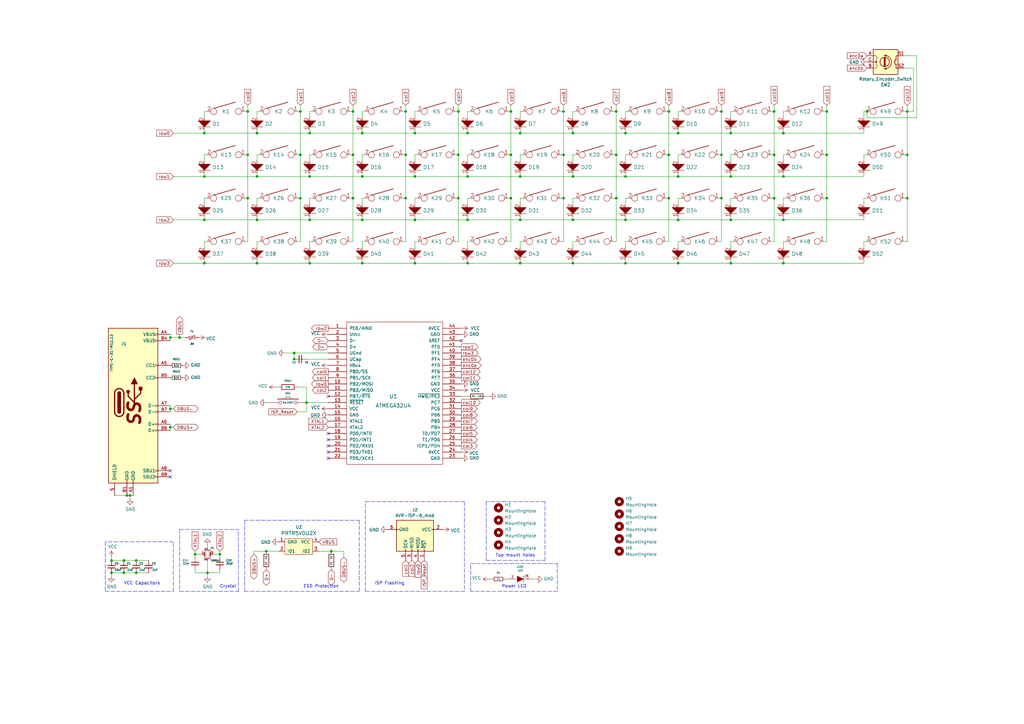
<source format=kicad_sch>
(kicad_sch (version 20211123) (generator eeschema)
  (paper "A3")
  (junction (at 187.96 81.28))
  (junction (at 170.18 90.17))
  (junction (at 191.77 107.95))
  (junction (at 101.6 45.72))
  (junction (at 73.66 138.43))
  (junction (at 231.14 81.28))
  (junction (at 299.72 90.17))
  (junction (at 123.19 45.72))
  (junction (at 209.55 81.28))
  (junction (at 105.41 54.61))
  (junction (at 213.36 107.95))
  (junction (at 101.6 81.28))
  (junction (at 123.19 63.5))
  (junction (at 278.13 72.39))
  (junction (at 274.32 45.72))
  (junction (at 127 54.61))
  (junction (at 148.59 107.95))
  (junction (at 317.5 81.28))
  (junction (at 339.09 63.5))
  (junction (at 166.37 63.5))
  (junction (at 53.34 203.2))
  (junction (at 83.82 72.39))
  (junction (at 256.54 90.17))
  (junction (at 252.73 63.5))
  (junction (at 50.8 229.87))
  (junction (at 372.11 63.5))
  (junction (at 105.41 107.95))
  (junction (at 166.37 45.72))
  (junction (at 321.31 72.39))
  (junction (at 213.36 90.17))
  (junction (at 105.41 72.39))
  (junction (at 101.6 63.5))
  (junction (at 135.89 226.06))
  (junction (at 339.09 45.72))
  (junction (at 321.31 54.61))
  (junction (at 278.13 90.17))
  (junction (at 252.73 81.28))
  (junction (at 295.91 63.5))
  (junction (at 355.6 45.72))
  (junction (at 83.82 90.17))
  (junction (at 170.18 54.61))
  (junction (at 55.88 234.95))
  (junction (at 80.01 227.33))
  (junction (at 144.78 81.28))
  (junction (at 120.65 144.78))
  (junction (at 231.14 45.72))
  (junction (at 234.95 90.17))
  (junction (at 295.91 45.72))
  (junction (at 83.82 54.61))
  (junction (at 52.07 203.2))
  (junction (at 123.19 81.28))
  (junction (at 372.11 81.28))
  (junction (at 321.31 107.95))
  (junction (at 125.73 165.1))
  (junction (at 339.09 81.28))
  (junction (at 127 72.39))
  (junction (at 274.32 81.28))
  (junction (at 252.73 45.72))
  (junction (at 317.5 45.72))
  (junction (at 256.54 54.61))
  (junction (at 274.32 63.5))
  (junction (at 170.18 72.39))
  (junction (at 191.77 90.17))
  (junction (at 144.78 63.5))
  (junction (at 234.95 107.95))
  (junction (at 69.85 167.64))
  (junction (at 278.13 54.61))
  (junction (at 148.59 72.39))
  (junction (at 109.22 226.06))
  (junction (at 55.88 229.87))
  (junction (at 90.17 227.33))
  (junction (at 278.13 107.95))
  (junction (at 45.72 229.87))
  (junction (at 85.09 234.95))
  (junction (at 50.8 234.95))
  (junction (at 105.41 90.17))
  (junction (at 317.5 63.5))
  (junction (at 299.72 72.39))
  (junction (at 295.91 81.28))
  (junction (at 231.14 63.5))
  (junction (at 83.82 107.95))
  (junction (at 170.18 107.95))
  (junction (at 299.72 54.61))
  (junction (at 209.55 63.5))
  (junction (at 127 90.17))
  (junction (at 144.78 45.72))
  (junction (at 299.72 107.95))
  (junction (at 166.37 81.28))
  (junction (at 187.96 63.5))
  (junction (at 256.54 107.95))
  (junction (at 45.72 234.95))
  (junction (at 187.96 45.72))
  (junction (at 69.85 138.43))
  (junction (at 120.65 147.32))
  (junction (at 209.55 45.72))
  (junction (at 191.77 54.61))
  (junction (at 191.77 72.39))
  (junction (at 127 107.95))
  (junction (at 213.36 72.39))
  (junction (at 69.85 175.26))
  (junction (at 321.31 90.17))
  (junction (at 234.95 54.61))
  (junction (at 234.95 72.39))
  (junction (at 213.36 54.61))
  (junction (at 256.54 72.39))
  (junction (at 148.59 90.17))
  (junction (at 148.59 54.61))
  (junction (at 372.11 45.72))
  (no_connect (at 134.62 182.88))
  (no_connect (at 134.62 187.96))
  (no_connect (at 189.23 139.7))
  (no_connect (at 69.85 193.04))
  (no_connect (at 134.62 177.8))
  (no_connect (at 134.62 180.34))
  (no_connect (at 134.62 162.56))
  (no_connect (at 69.85 195.58))
  (no_connect (at 134.62 185.42))
  (wire (pts (xy 209.55 63.5) (xy 209.55 81.28)))
  (polyline (pts (xy 100.33 242.57) (xy 100.33 213.36)))
  (wire (pts (xy 106.68 45.72) (xy 105.41 45.72)))
  (wire (pts (xy 110.49 165.1) (xy 109.22 165.1)))
  (wire (pts (xy 295.91 81.28) (xy 295.91 99.06)))
  (wire (pts (xy 69.85 138.43) (xy 69.85 139.7)))
  (wire (pts (xy 187.96 63.5) (xy 186.69 63.5)))
  (wire (pts (xy 128.27 45.72) (xy 127 45.72)))
  (wire (pts (xy 85.09 45.72) (xy 83.82 45.72)))
  (wire (pts (xy 234.95 88.9) (xy 234.95 90.17)))
  (wire (pts (xy 274.32 45.72) (xy 274.32 63.5)))
  (wire (pts (xy 170.18 107.95) (xy 191.77 107.95)))
  (wire (pts (xy 127 90.17) (xy 148.59 90.17)))
  (wire (pts (xy 170.18 71.12) (xy 170.18 72.39)))
  (polyline (pts (xy 73.66 242.57) (xy 97.79 242.57)))
  (wire (pts (xy 231.14 63.5) (xy 231.14 81.28)))
  (wire (pts (xy 299.72 54.61) (xy 321.31 54.61)))
  (wire (pts (xy 140.97 226.06) (xy 140.97 228.6)))
  (wire (pts (xy 256.54 88.9) (xy 256.54 90.17)))
  (wire (pts (xy 105.41 106.68) (xy 105.41 107.95)))
  (wire (pts (xy 127 107.95) (xy 148.59 107.95)))
  (wire (pts (xy 278.13 99.06) (xy 278.13 101.6)))
  (wire (pts (xy 256.54 99.06) (xy 256.54 101.6)))
  (wire (pts (xy 300.99 45.72) (xy 299.72 45.72)))
  (wire (pts (xy 73.66 138.43) (xy 76.2 138.43)))
  (wire (pts (xy 127 99.06) (xy 127 101.6)))
  (wire (pts (xy 191.77 54.61) (xy 213.36 54.61)))
  (wire (pts (xy 71.12 54.61) (xy 83.82 54.61)))
  (wire (pts (xy 339.09 43.18) (xy 339.09 45.72)))
  (wire (pts (xy 83.82 99.06) (xy 83.82 101.6)))
  (wire (pts (xy 209.55 81.28) (xy 209.55 99.06)))
  (wire (pts (xy 127 81.28) (xy 127 83.82)))
  (wire (pts (xy 317.5 99.06) (xy 316.23 99.06)))
  (wire (pts (xy 53.34 203.2) (xy 53.34 204.47)))
  (wire (pts (xy 166.37 63.5) (xy 166.37 81.28)))
  (wire (pts (xy 149.86 63.5) (xy 148.59 63.5)))
  (wire (pts (xy 171.45 45.72) (xy 170.18 45.72)))
  (wire (pts (xy 45.72 234.95) (xy 45.72 236.22)))
  (wire (pts (xy 127 88.9) (xy 127 90.17)))
  (wire (pts (xy 252.73 63.5) (xy 252.73 81.28)))
  (wire (pts (xy 294.64 81.28) (xy 295.91 81.28)))
  (wire (pts (xy 109.22 226.06) (xy 104.14 226.06)))
  (wire (pts (xy 251.46 81.28) (xy 252.73 81.28)))
  (wire (pts (xy 218.44 237.49) (xy 219.71 237.49)))
  (polyline (pts (xy 43.18 242.57) (xy 71.12 242.57)))
  (wire (pts (xy 125.73 165.1) (xy 125.73 168.91)))
  (wire (pts (xy 116.84 144.78) (xy 120.65 144.78)))
  (wire (pts (xy 299.72 106.68) (xy 299.72 107.95)))
  (wire (pts (xy 106.68 63.5) (xy 105.41 63.5)))
  (wire (pts (xy 274.32 63.5) (xy 274.32 81.28)))
  (wire (pts (xy 214.63 99.06) (xy 213.36 99.06)))
  (wire (pts (xy 209.55 99.06) (xy 208.28 99.06)))
  (wire (pts (xy 370.84 45.72) (xy 372.11 45.72)))
  (wire (pts (xy 83.82 45.72) (xy 83.82 48.26)))
  (wire (pts (xy 257.81 63.5) (xy 256.54 63.5)))
  (wire (pts (xy 130.81 226.06) (xy 135.89 226.06)))
  (wire (pts (xy 295.91 43.18) (xy 295.91 45.72)))
  (wire (pts (xy 339.09 45.72) (xy 339.09 63.5)))
  (wire (pts (xy 214.63 63.5) (xy 213.36 63.5)))
  (wire (pts (xy 299.72 90.17) (xy 321.31 90.17)))
  (wire (pts (xy 144.78 63.5) (xy 143.51 63.5)))
  (wire (pts (xy 321.31 81.28) (xy 321.31 83.82)))
  (wire (pts (xy 121.92 45.72) (xy 123.19 45.72)))
  (wire (pts (xy 193.04 99.06) (xy 191.77 99.06)))
  (wire (pts (xy 125.73 158.75) (xy 125.73 165.1)))
  (wire (pts (xy 104.14 226.06) (xy 104.14 227.33)))
  (wire (pts (xy 234.95 72.39) (xy 256.54 72.39)))
  (wire (pts (xy 144.78 45.72) (xy 144.78 63.5)))
  (wire (pts (xy 355.6 63.5) (xy 354.33 63.5)))
  (wire (pts (xy 354.33 45.72) (xy 354.33 48.26)))
  (wire (pts (xy 85.09 234.95) (xy 90.17 234.95)))
  (wire (pts (xy 105.41 72.39) (xy 127 72.39)))
  (polyline (pts (xy 228.6 242.57) (xy 193.04 242.57)))
  (wire (pts (xy 85.09 99.06) (xy 83.82 99.06)))
  (wire (pts (xy 300.99 81.28) (xy 299.72 81.28)))
  (wire (pts (xy 374.65 45.72) (xy 372.11 45.72)))
  (wire (pts (xy 234.95 45.72) (xy 234.95 48.26)))
  (wire (pts (xy 120.65 147.32) (xy 124.46 147.32)))
  (wire (pts (xy 170.18 90.17) (xy 191.77 90.17)))
  (polyline (pts (xy 73.66 217.17) (xy 73.66 242.57)))
  (wire (pts (xy 354.33 90.17) (xy 354.33 88.9)))
  (wire (pts (xy 295.91 45.72) (xy 295.91 63.5)))
  (wire (pts (xy 85.09 229.87) (xy 85.09 234.95)))
  (wire (pts (xy 354.33 45.72) (xy 355.6 45.72)))
  (wire (pts (xy 372.11 43.18) (xy 372.11 45.72)))
  (wire (pts (xy 69.85 167.64) (xy 69.85 168.91)))
  (polyline (pts (xy 190.5 242.57) (xy 149.86 242.57)))
  (wire (pts (xy 106.68 99.06) (xy 105.41 99.06)))
  (wire (pts (xy 299.72 99.06) (xy 299.72 101.6)))
  (wire (pts (xy 370.84 22.86) (xy 375.92 22.86)))
  (wire (pts (xy 354.33 63.5) (xy 354.33 66.04)))
  (wire (pts (xy 231.14 43.18) (xy 231.14 45.72)))
  (wire (pts (xy 354.33 107.95) (xy 354.33 106.68)))
  (wire (pts (xy 123.19 81.28) (xy 123.19 99.06)))
  (wire (pts (xy 106.68 81.28) (xy 105.41 81.28)))
  (polyline (pts (xy 199.39 229.87) (xy 223.52 229.87)))
  (wire (pts (xy 85.09 234.95) (xy 85.09 236.22)))
  (wire (pts (xy 120.65 147.32) (xy 120.65 144.78)))
  (wire (pts (xy 213.36 71.12) (xy 213.36 72.39)))
  (wire (pts (xy 236.22 99.06) (xy 234.95 99.06)))
  (wire (pts (xy 375.92 22.86) (xy 375.92 48.26)))
  (wire (pts (xy 256.54 54.61) (xy 278.13 54.61)))
  (wire (pts (xy 322.58 63.5) (xy 321.31 63.5)))
  (wire (pts (xy 170.18 72.39) (xy 191.77 72.39)))
  (wire (pts (xy 148.59 90.17) (xy 170.18 90.17)))
  (wire (pts (xy 71.12 175.26) (xy 69.85 175.26)))
  (wire (pts (xy 321.31 63.5) (xy 321.31 66.04)))
  (wire (pts (xy 256.54 63.5) (xy 256.54 66.04)))
  (wire (pts (xy 127 54.61) (xy 148.59 54.61)))
  (wire (pts (xy 339.09 99.06) (xy 337.82 99.06)))
  (wire (pts (xy 321.31 90.17) (xy 321.31 88.9)))
  (wire (pts (xy 83.82 54.61) (xy 105.41 54.61)))
  (wire (pts (xy 299.72 53.34) (xy 299.72 54.61)))
  (wire (pts (xy 372.11 63.5) (xy 372.11 81.28)))
  (wire (pts (xy 50.8 234.95) (xy 45.72 234.95)))
  (wire (pts (xy 187.96 63.5) (xy 187.96 81.28)))
  (wire (pts (xy 105.41 63.5) (xy 105.41 66.04)))
  (wire (pts (xy 149.86 99.06) (xy 148.59 99.06)))
  (wire (pts (xy 321.31 72.39) (xy 321.31 71.12)))
  (wire (pts (xy 144.78 63.5) (xy 144.78 81.28)))
  (wire (pts (xy 83.82 53.34) (xy 83.82 54.61)))
  (wire (pts (xy 354.33 99.06) (xy 354.33 101.6)))
  (wire (pts (xy 191.77 53.34) (xy 191.77 54.61)))
  (wire (pts (xy 101.6 43.18) (xy 101.6 45.72)))
  (wire (pts (xy 100.33 45.72) (xy 101.6 45.72)))
  (polyline (pts (xy 149.86 242.57) (xy 149.86 205.74)))
  (wire (pts (xy 339.09 81.28) (xy 339.09 99.06)))
  (wire (pts (xy 170.18 63.5) (xy 170.18 66.04)))
  (wire (pts (xy 125.73 168.91) (xy 121.92 168.91)))
  (wire (pts (xy 165.1 81.28) (xy 166.37 81.28)))
  (wire (pts (xy 193.04 63.5) (xy 191.77 63.5)))
  (wire (pts (xy 123.19 63.5) (xy 123.19 81.28)))
  (wire (pts (xy 209.55 45.72) (xy 209.55 63.5)))
  (wire (pts (xy 370.84 81.28) (xy 372.11 81.28)))
  (wire (pts (xy 52.07 203.2) (xy 53.34 203.2)))
  (wire (pts (xy 300.99 63.5) (xy 299.72 63.5)))
  (wire (pts (xy 166.37 45.72) (xy 166.37 63.5)))
  (wire (pts (xy 114.3 226.06) (xy 109.22 226.06)))
  (wire (pts (xy 278.13 71.12) (xy 278.13 72.39)))
  (wire (pts (xy 45.72 228.6) (xy 45.72 229.87)))
  (wire (pts (xy 274.32 63.5) (xy 273.05 63.5)))
  (wire (pts (xy 166.37 43.18) (xy 166.37 45.72)))
  (wire (pts (xy 50.8 229.87) (xy 45.72 229.87)))
  (wire (pts (xy 355.6 81.28) (xy 354.33 81.28)))
  (wire (pts (xy 127 106.68) (xy 127 107.95)))
  (wire (pts (xy 214.63 81.28) (xy 213.36 81.28)))
  (wire (pts (xy 121.92 158.75) (xy 125.73 158.75)))
  (wire (pts (xy 294.64 45.72) (xy 295.91 45.72)))
  (wire (pts (xy 100.33 81.28) (xy 101.6 81.28)))
  (wire (pts (xy 60.96 229.87) (xy 55.88 229.87)))
  (wire (pts (xy 120.65 144.78) (xy 134.62 144.78)))
  (wire (pts (xy 234.95 99.06) (xy 234.95 101.6)))
  (wire (pts (xy 295.91 63.5) (xy 294.64 63.5)))
  (wire (pts (xy 69.85 137.16) (xy 69.85 138.43)))
  (wire (pts (xy 71.12 167.64) (xy 69.85 167.64)))
  (polyline (pts (xy 190.5 205.74) (xy 190.5 242.57)))
  (wire (pts (xy 191.77 106.68) (xy 191.77 107.95)))
  (wire (pts (xy 189.23 162.56) (xy 191.77 162.56)))
  (wire (pts (xy 257.81 45.72) (xy 256.54 45.72)))
  (wire (pts (xy 256.54 45.72) (xy 256.54 48.26)))
  (wire (pts (xy 83.82 107.95) (xy 71.12 107.95)))
  (wire (pts (xy 299.72 71.12) (xy 299.72 72.39)))
  (wire (pts (xy 170.18 45.72) (xy 170.18 48.26)))
  (wire (pts (xy 128.27 63.5) (xy 127 63.5)))
  (wire (pts (xy 83.82 106.68) (xy 83.82 107.95)))
  (wire (pts (xy 148.59 72.39) (xy 170.18 72.39)))
  (wire (pts (xy 256.54 90.17) (xy 278.13 90.17)))
  (wire (pts (xy 295.91 63.5) (xy 295.91 81.28)))
  (wire (pts (xy 90.17 227.33) (xy 90.17 226.06)))
  (wire (pts (xy 83.82 72.39) (xy 105.41 72.39)))
  (wire (pts (xy 200.66 237.49) (xy 201.93 237.49)))
  (wire (pts (xy 234.95 81.28) (xy 234.95 83.82)))
  (wire (pts (xy 85.09 223.52) (xy 85.09 224.79)))
  (wire (pts (xy 354.33 54.61) (xy 354.33 53.34)))
  (wire (pts (xy 213.36 88.9) (xy 213.36 90.17)))
  (wire (pts (xy 299.72 45.72) (xy 299.72 48.26)))
  (wire (pts (xy 83.82 107.95) (xy 105.41 107.95)))
  (wire (pts (xy 83.82 88.9) (xy 83.82 90.17)))
  (wire (pts (xy 148.59 45.72) (xy 148.59 48.26)))
  (wire (pts (xy 257.81 81.28) (xy 256.54 81.28)))
  (polyline (pts (xy 223.52 205.74) (xy 199.39 205.74)))
  (wire (pts (xy 171.45 81.28) (xy 170.18 81.28)))
  (wire (pts (xy 191.77 45.72) (xy 191.77 48.26)))
  (wire (pts (xy 80.01 233.68) (xy 80.01 234.95)))
  (polyline (pts (xy 147.32 213.36) (xy 147.32 242.57)))
  (wire (pts (xy 148.59 106.68) (xy 148.59 107.95)))
  (wire (pts (xy 105.41 71.12) (xy 105.41 72.39)))
  (wire (pts (xy 322.58 81.28) (xy 321.31 81.28)))
  (wire (pts (xy 209.55 63.5) (xy 208.28 63.5)))
  (wire (pts (xy 317.5 81.28) (xy 317.5 99.06)))
  (wire (pts (xy 274.32 43.18) (xy 274.32 45.72)))
  (wire (pts (xy 213.36 90.17) (xy 234.95 90.17)))
  (wire (pts (xy 256.54 71.12) (xy 256.54 72.39)))
  (wire (pts (xy 144.78 99.06) (xy 143.51 99.06)))
  (wire (pts (xy 213.36 45.72) (xy 213.36 48.26)))
  (wire (pts (xy 191.77 81.28) (xy 191.77 83.82)))
  (wire (pts (xy 187.96 99.06) (xy 186.69 99.06)))
  (wire (pts (xy 256.54 81.28) (xy 256.54 83.82)))
  (wire (pts (xy 322.58 99.06) (xy 321.31 99.06)))
  (wire (pts (xy 208.28 81.28) (xy 209.55 81.28)))
  (wire (pts (xy 80.01 227.33) (xy 80.01 228.6)))
  (wire (pts (xy 252.73 81.28) (xy 252.73 99.06)))
  (wire (pts (xy 229.87 81.28) (xy 231.14 81.28)))
  (wire (pts (xy 125.73 147.32) (xy 134.62 147.32)))
  (wire (pts (xy 191.77 63.5) (xy 191.77 66.04)))
  (wire (pts (xy 69.85 138.43) (xy 73.66 138.43)))
  (wire (pts (xy 127 72.39) (xy 148.59 72.39)))
  (wire (pts (xy 234.95 90.17) (xy 256.54 90.17)))
  (wire (pts (xy 149.86 81.28) (xy 148.59 81.28)))
  (wire (pts (xy 316.23 45.72) (xy 317.5 45.72)))
  (wire (pts (xy 213.36 53.34) (xy 213.36 54.61)))
  (wire (pts (xy 355.6 99.06) (xy 354.33 99.06)))
  (wire (pts (xy 234.95 53.34) (xy 234.95 54.61)))
  (wire (pts (xy 337.82 45.72) (xy 339.09 45.72)))
  (wire (pts (xy 46.99 203.2) (xy 52.07 203.2)))
  (wire (pts (xy 213.36 99.06) (xy 213.36 101.6)))
  (wire (pts (xy 123.19 43.18) (xy 123.19 45.72)))
  (wire (pts (xy 166.37 81.28) (xy 166.37 99.06)))
  (wire (pts (xy 354.33 72.39) (xy 354.33 71.12)))
  (wire (pts (xy 279.4 63.5) (xy 278.13 63.5)))
  (wire (pts (xy 321.31 90.17) (xy 354.33 90.17)))
  (polyline (pts (xy 193.04 242.57) (xy 193.04 231.14)))
  (wire (pts (xy 128.27 99.06) (xy 127 99.06)))
  (wire (pts (xy 101.6 63.5) (xy 101.6 81.28)))
  (wire (pts (xy 143.51 45.72) (xy 144.78 45.72)))
  (wire (pts (xy 170.18 88.9) (xy 170.18 90.17)))
  (wire (pts (xy 273.05 81.28) (xy 274.32 81.28)))
  (wire (pts (xy 170.18 54.61) (xy 191.77 54.61)))
  (wire (pts (xy 372.11 45.72) (xy 372.11 63.5)))
  (wire (pts (xy 252.73 43.18) (xy 252.73 45.72)))
  (wire (pts (xy 256.54 53.34) (xy 256.54 54.61)))
  (wire (pts (xy 85.09 81.28) (xy 83.82 81.28)))
  (wire (pts (xy 278.13 88.9) (xy 278.13 90.17)))
  (wire (pts (xy 231.14 81.28) (xy 231.14 99.06)))
  (wire (pts (xy 278.13 53.34) (xy 278.13 54.61)))
  (wire (pts (xy 299.72 107.95) (xy 321.31 107.95)))
  (wire (pts (xy 299.72 72.39) (xy 321.31 72.39)))
  (wire (pts (xy 85.09 63.5) (xy 83.82 63.5)))
  (wire (pts (xy 213.36 54.61) (xy 234.95 54.61)))
  (wire (pts (xy 55.88 229.87) (xy 50.8 229.87)))
  (wire (pts (xy 191.77 99.06) (xy 191.77 101.6)))
  (wire (pts (xy 213.36 106.68) (xy 213.36 107.95)))
  (wire (pts (xy 209.55 43.18) (xy 209.55 45.72)))
  (wire (pts (xy 105.41 99.06) (xy 105.41 101.6)))
  (wire (pts (xy 213.36 81.28) (xy 213.36 83.82)))
  (wire (pts (xy 317.5 63.5) (xy 316.23 63.5)))
  (wire (pts (xy 127 63.5) (xy 127 66.04)))
  (wire (pts (xy 295.91 99.06) (xy 294.64 99.06)))
  (wire (pts (xy 191.77 88.9) (xy 191.77 90.17)))
  (wire (pts (xy 256.54 107.95) (xy 278.13 107.95)))
  (wire (pts (xy 321.31 45.72) (xy 321.31 48.26)))
  (wire (pts (xy 83.82 72.39) (xy 71.12 72.39)))
  (polyline (pts (xy 43.18 222.25) (xy 43.18 242.57)))
  (wire (pts (xy 278.13 63.5) (xy 278.13 66.04)))
  (wire (pts (xy 127 53.34) (xy 127 54.61)))
  (wire (pts (xy 90.17 234.95) (xy 90.17 233.68)))
  (wire (pts (xy 337.82 81.28) (xy 339.09 81.28)))
  (wire (pts (xy 105.41 54.61) (xy 127 54.61)))
  (wire (pts (xy 321.31 54.61) (xy 321.31 53.34)))
  (wire (pts (xy 278.13 107.95) (xy 299.72 107.95)))
  (wire (pts (xy 105.41 88.9) (xy 105.41 90.17)))
  (wire (pts (xy 171.45 99.06) (xy 170.18 99.06)))
  (wire (pts (xy 317.5 63.5) (xy 317.5 81.28)))
  (wire (pts (xy 186.69 45.72) (xy 187.96 45.72)))
  (wire (pts (xy 69.85 175.26) (xy 69.85 176.53)))
  (wire (pts (xy 231.14 63.5) (xy 229.87 63.5)))
  (wire (pts (xy 234.95 107.95) (xy 256.54 107.95)))
  (wire (pts (xy 134.62 165.1) (xy 125.73 165.1)))
  (polyline (pts (xy 100.33 213.36) (xy 147.32 213.36)))
  (wire (pts (xy 252.73 63.5) (xy 251.46 63.5)))
  (wire (pts (xy 90.17 227.33) (xy 90.17 228.6)))
  (wire (pts (xy 236.22 81.28) (xy 234.95 81.28)))
  (wire (pts (xy 105.41 81.28) (xy 105.41 83.82)))
  (wire (pts (xy 321.31 99.06) (xy 321.31 101.6)))
  (polyline (pts (xy 199.39 205.74) (xy 199.39 229.87)))
  (wire (pts (xy 114.3 158.75) (xy 113.03 158.75)))
  (wire (pts (xy 231.14 45.72) (xy 231.14 63.5)))
  (wire (pts (xy 278.13 81.28) (xy 278.13 83.82)))
  (wire (pts (xy 123.19 63.5) (xy 121.92 63.5)))
  (wire (pts (xy 300.99 99.06) (xy 299.72 99.06)))
  (wire (pts (xy 213.36 107.95) (xy 234.95 107.95)))
  (polyline (pts (xy 223.52 229.87) (xy 223.52 205.74)))
  (wire (pts (xy 82.55 227.33) (xy 80.01 227.33)))
  (wire (pts (xy 144.78 81.28) (xy 144.78 99.06)))
  (wire (pts (xy 191.77 72.39) (xy 213.36 72.39)))
  (wire (pts (xy 279.4 45.72) (xy 278.13 45.72)))
  (wire (pts (xy 199.39 162.56) (xy 200.66 162.56)))
  (wire (pts (xy 55.88 234.95) (xy 50.8 234.95)))
  (wire (pts (xy 170.18 99.06) (xy 170.18 101.6)))
  (wire (pts (xy 252.73 99.06) (xy 251.46 99.06)))
  (wire (pts (xy 123.19 45.72) (xy 123.19 63.5)))
  (wire (pts (xy 148.59 54.61) (xy 170.18 54.61)))
  (wire (pts (xy 171.45 63.5) (xy 170.18 63.5)))
  (wire (pts (xy 251.46 45.72) (xy 252.73 45.72)))
  (wire (pts (xy 105.41 53.34) (xy 105.41 54.61)))
  (wire (pts (xy 135.89 226.06) (xy 140.97 226.06)))
  (wire (pts (xy 60.96 234.95) (xy 55.88 234.95)))
  (polyline (pts (xy 100.33 242.57) (xy 147.32 242.57)))
  (wire (pts (xy 128.27 81.28) (xy 127 81.28)))
  (wire (pts (xy 213.36 63.5) (xy 213.36 66.04)))
  (wire (pts (xy 144.78 43.18) (xy 144.78 45.72)))
  (wire (pts (xy 278.13 54.61) (xy 299.72 54.61)))
  (wire (pts (xy 252.73 45.72) (xy 252.73 63.5)))
  (wire (pts (xy 166.37 99.06) (xy 165.1 99.06)))
  (wire (pts (xy 317.5 45.72) (xy 317.5 63.5)))
  (wire (pts (xy 53.34 203.2) (xy 54.61 203.2)))
  (wire (pts (xy 234.95 71.12) (xy 234.95 72.39)))
  (wire (pts (xy 316.23 81.28) (xy 317.5 81.28)))
  (wire (pts (xy 148.59 71.12) (xy 148.59 72.39)))
  (wire (pts (xy 231.14 99.06) (xy 229.87 99.06)))
  (wire (pts (xy 148.59 53.34) (xy 148.59 54.61)))
  (wire (pts (xy 105.41 45.72) (xy 105.41 48.26)))
  (wire (pts (xy 236.22 63.5) (xy 234.95 63.5)))
  (wire (pts (xy 207.01 237.49) (xy 208.28 237.49)))
  (wire (pts (xy 372.11 63.5) (xy 370.84 63.5)))
  (polyline (pts (xy 149.86 205.74) (xy 190.5 205.74)))
  (wire (pts (xy 170.18 53.34) (xy 170.18 54.61)))
  (wire (pts (xy 166.37 63.5) (xy 165.1 63.5)))
  (wire (pts (xy 214.63 45.72) (xy 213.36 45.72)))
  (wire (pts (xy 213.36 72.39) (xy 234.95 72.39)))
  (wire (pts (xy 83.82 63.5) (xy 83.82 66.04)))
  (wire (pts (xy 256.54 72.39) (xy 278.13 72.39)))
  (wire (pts (xy 374.65 27.94) (xy 374.65 45.72)))
  (wire (pts (xy 148.59 63.5) (xy 148.59 66.04)))
  (wire (pts (xy 273.05 45.72) (xy 274.32 45.72)))
  (wire (pts (xy 321.31 107.95) (xy 354.33 107.95)))
  (wire (pts (xy 148.59 107.95) (xy 170.18 107.95)))
  (wire (pts (xy 236.22 45.72) (xy 234.95 45.72)))
  (wire (pts (xy 87.63 227.33) (xy 90.17 227.33)))
  (polyline (pts (xy 73.66 217.17) (xy 97.79 217.17)))
  (wire (pts (xy 187.96 43.18) (xy 187.96 45.72)))
  (wire (pts (xy 187.96 81.28) (xy 187.96 99.06)))
  (wire (pts (xy 105.41 107.95) (xy 127 107.95)))
  (wire (pts (xy 143.51 81.28) (xy 144.78 81.28)))
  (wire (pts (xy 279.4 81.28) (xy 278.13 81.28)))
  (wire (pts (xy 127 45.72) (xy 127 48.26)))
  (wire (pts (xy 234.95 63.5) (xy 234.95 66.04)))
  (wire (pts (xy 278.13 106.68) (xy 278.13 107.95)))
  (wire (pts (xy 80.01 227.33) (xy 80.01 226.06)))
  (wire (pts (xy 80.01 234.95) (xy 85.09 234.95)))
  (wire (pts (xy 83.82 90.17) (xy 105.41 90.17)))
  (wire (pts (xy 83.82 90.17) (xy 71.12 90.17)))
  (wire (pts (xy 69.85 166.37) (xy 69.85 167.64)))
  (wire (pts (xy 127 71.12) (xy 127 72.39)))
  (polyline (pts (xy 71.12 222.25) (xy 43.18 222.25)))
  (wire (pts (xy 193.04 45.72) (xy 191.77 45.72)))
  (wire (pts (xy 229.87 45.72) (xy 231.14 45.72)))
  (wire (pts (xy 148.59 88.9) (xy 148.59 90.17)))
  (wire (pts (xy 148.59 81.28) (xy 148.59 83.82)))
  (wire (pts (xy 101.6 99.06) (xy 100.33 99.06)))
  (wire (pts (xy 149.86 45.72) (xy 148.59 45.72)))
  (wire (pts (xy 187.96 45.72) (xy 187.96 63.5)))
  (wire (pts (xy 278.13 72.39) (xy 299.72 72.39)))
  (wire (pts (xy 101.6 81.28) (xy 101.6 99.06)))
  (wire (pts (xy 165.1 45.72) (xy 166.37 45.72)))
  (wire (pts (xy 321.31 107.95) (xy 321.31 106.68)))
  (wire (pts (xy 274.32 81.28) (xy 274.32 99.06)))
  (wire (pts (xy 322.58 45.72) (xy 321.31 45.72)))
  (wire (pts (xy 234.95 106.68) (xy 234.95 107.95)))
  (wire (pts (xy 208.28 45.72) (xy 209.55 45.72)))
  (wire (pts (xy 256.54 106.68) (xy 256.54 107.95)))
  (wire (pts (xy 170.18 106.68) (xy 170.18 107.95)))
  (wire (pts (xy 321.31 72.39) (xy 354.33 72.39)))
  (wire (pts (xy 186.69 81.28) (xy 187.96 81.28)))
  (wire (pts (xy 83.82 71.12) (xy 83.82 72.39)))
  (wire (pts (xy 372.11 99.06) (xy 370.84 99.06)))
  (wire (pts (xy 299.72 63.5) (xy 299.72 66.04)))
  (wire (pts (xy 355.6 48.26) (xy 375.92 48.26)))
  (wire (pts (xy 278.13 90.17) (xy 299.72 90.17)))
  (wire (pts (xy 339.09 63.5) (xy 337.82 63.5)))
  (wire (pts (xy 257.81 99.06) (xy 256.54 99.06)))
  (wire (pts (xy 370.84 27.94) (xy 374.65 27.94)))
  (polyline (pts (xy 193.04 231.14) (xy 228.6 231.14)))
  (wire (pts (xy 148.59 99.06) (xy 148.59 101.6)))
  (wire (pts (xy 170.18 81.28) (xy 170.18 83.82)))
  (wire (pts (xy 191.77 90.17) (xy 213.36 90.17)))
  (wire (pts (xy 274.32 99.06) (xy 273.05 99.06)))
  (wire (pts (xy 73.66 137.16) (xy 73.66 138.43)))
  (wire (pts (xy 279.4 99.06) (xy 278.13 99.06)))
  (wire (pts (xy 299.72 81.28) (xy 299.72 83.82)))
  (wire (pts (xy 105.41 90.17) (xy 127 90.17)))
  (wire (pts (xy 193.04 81.28) (xy 191.77 81.28)))
  (wire (pts (xy 101.6 45.72) (xy 101.6 63.5)))
  (wire (pts (xy 121.92 81.28) (xy 123.19 81.28)))
  (wire (pts (xy 191.77 107.95) (xy 213.36 107.95)))
  (wire (pts (xy 339.09 63.5) (xy 339.09 81.28)))
  (wire (pts (xy 69.85 173.99) (xy 69.85 175.26)))
  (wire (pts (xy 191.77 71.12) (xy 191.77 72.39)))
  (wire (pts (xy 355.6 45.72) (xy 355.6 48.26)))
  (wire (pts (xy 123.19 99.06) (xy 121.92 99.06)))
  (wire (pts (xy 317.5 43.18) (xy 317.5 45.72)))
  (polyline (pts (xy 97.79 242.57) (xy 97.79 217.17)))
  (wire (pts (xy 278.13 45.72) (xy 278.13 48.26)))
  (wire (pts (xy 372.11 81.28) (xy 372.11 99.06)))
  (wire (pts (xy 83.82 81.28) (xy 83.82 83.82)))
  (wire (pts (xy 354.33 81.28) (xy 354.33 83.82)))
  (wire (pts (xy 299.72 88.9) (xy 299.72 90.17)))
  (polyline (pts (xy 71.12 242.57) (xy 71.12 222.25)))
  (polyline (pts (xy 228.6 231.14) (xy 228.6 242.57)))
  (wire (pts (xy 101.6 63.5) (xy 100.33 63.5)))
  (wire (pts (xy 234.95 54.61) (xy 256.54 54.61)))
  (wire (pts (xy 321.31 54.61) (xy 354.33 54.61)))
  (text "ESD Protection" (at 124.46 241.3 0) (effects (font (size 1.27 1.27)) (justify left bottom)))
  (text "Crystal" (at 90.17 241.3 0) (effects (font (size 1.27 1.27)) (justify left bottom)))
  (text "Top mount holes" (at 203.2 228.6 0) (effects (font (size 1.27 1.27)) (justify left bottom)))
  (text "Power LED" (at 205.74 241.3 0) (effects (font (size 1.27 1.27)) (justify left bottom)))
  (text "VCC Capacitors" (at 50.8 240.03 0) (effects (font (size 1.27 1.27)) (justify left bottom)))
  (text "ISP Flashing" (at 153.67 240.03 0) (effects (font (size 1.27 1.27)) (justify left bottom)))
  (global_label "VBUS" (shape input) (at 130.81 222.25 0) (property "Intersheet References" "${INTERSHEET_REFS}" (effects hide)))
  (global_label "col8" (shape input) (at 274.32 43.18 90) (property "Intersheet References" "${INTERSHEET_REFS}" (effects hide)))
  (global_label "col2" (shape input) (at 168.91 229.87 270) (property "Intersheet References" "${INTERSHEET_REFS}" (effects hide)))
  (global_label "enc0a" (shape output) (at 189.23 149.86 0) (property "Intersheet References" "${INTERSHEET_REFS}" (effects hide)))
  (global_label "col4" (shape input) (at 187.96 43.18 90) (property "Intersheet References" "${INTERSHEET_REFS}" (effects hide)))
  (global_label "col7" (shape output) (at 189.23 172.72 0) (property "Intersheet References" "${INTERSHEET_REFS}" (effects hide)))
  (global_label "row2" (shape input) (at 71.12 90.17 180) (property "Intersheet References" "${INTERSHEET_REFS}" (effects hide)))
  (global_label "col0" (shape output) (at 134.62 152.4 180) (property "Intersheet References" "${INTERSHEET_REFS}" (effects hide)))
  (global_label "col2" (shape input) (at 144.78 43.18 90) (property "Intersheet References" "${INTERSHEET_REFS}" (effects hide)))
  (global_label "XTAL1" (shape input) (at 80.01 226.06 90) (property "Intersheet References" "${INTERSHEET_REFS}" (effects hide)))
  (global_label "D+" (shape bidirectional) (at 134.62 142.24 180) (property "Intersheet References" "${INTERSHEET_REFS}" (effects hide)))
  (global_label "row0" (shape output) (at 134.62 157.48 180) (property "Intersheet References" "${INTERSHEET_REFS}" (effects hide)))
  (global_label "VBUS" (shape output) (at 73.66 137.16 90) (property "Intersheet References" "${INTERSHEET_REFS}" (effects hide)))
  (global_label "col4" (shape output) (at 189.23 180.34 0) (property "Intersheet References" "${INTERSHEET_REFS}" (effects hide)))
  (global_label "row3" (shape input) (at 71.12 107.95 180) (property "Intersheet References" "${INTERSHEET_REFS}" (effects hide)))
  (global_label "col3" (shape input) (at 166.37 43.18 90) (property "Intersheet References" "${INTERSHEET_REFS}" (effects hide)))
  (global_label "D+" (shape bidirectional) (at 109.22 233.68 270) (property "Intersheet References" "${INTERSHEET_REFS}" (effects hide)))
  (global_label "D-" (shape bidirectional) (at 134.62 139.7 180) (property "Intersheet References" "${INTERSHEET_REFS}" (effects hide)))
  (global_label "col12" (shape output) (at 189.23 152.4 0) (property "Intersheet References" "${INTERSHEET_REFS}" (effects hide)))
  (global_label "col7" (shape input) (at 252.73 43.18 90) (property "Intersheet References" "${INTERSHEET_REFS}" (effects hide)))
  (global_label "col5" (shape input) (at 209.55 43.18 90) (property "Intersheet References" "${INTERSHEET_REFS}" (effects hide)))
  (global_label "col9" (shape input) (at 295.91 43.18 90) (property "Intersheet References" "${INTERSHEET_REFS}" (effects hide)))
  (global_label "DBUS-" (shape bidirectional) (at 140.97 228.6 270) (property "Intersheet References" "${INTERSHEET_REFS}" (effects hide)))
  (global_label "enc0b" (shape input) (at 355.6 27.94 180) (property "Intersheet References" "${INTERSHEET_REFS}" (effects hide)))
  (global_label "col2" (shape output) (at 134.62 160.02 180) (property "Intersheet References" "${INTERSHEET_REFS}" (effects hide)))
  (global_label "col6" (shape input) (at 231.14 43.18 90) (property "Intersheet References" "${INTERSHEET_REFS}" (effects hide)))
  (global_label "row1" (shape output) (at 189.23 142.24 0) (property "Intersheet References" "${INTERSHEET_REFS}" (effects hide)))
  (global_label "col9" (shape output) (at 189.23 167.64 0) (property "Intersheet References" "${INTERSHEET_REFS}" (effects hide)))
  (global_label "D-" (shape bidirectional) (at 135.89 233.68 270) (property "Intersheet References" "${INTERSHEET_REFS}" (effects hide)))
  (global_label "enc0a" (shape input) (at 355.6 22.86 180) (property "Intersheet References" "${INTERSHEET_REFS}" (effects hide)))
  (global_label "row0" (shape input) (at 171.45 229.87 270) (property "Intersheet References" "${INTERSHEET_REFS}" (effects hide)))
  (global_label "col10" (shape output) (at 189.23 165.1 0) (property "Intersheet References" "${INTERSHEET_REFS}" (effects hide)))
  (global_label "row2" (shape output) (at 134.62 134.62 180) (property "Intersheet References" "${INTERSHEET_REFS}" (effects hide)))
  (global_label "col8" (shape output) (at 189.23 170.18 0) (property "Intersheet References" "${INTERSHEET_REFS}" (effects hide)))
  (global_label "DBUS+" (shape bidirectional) (at 71.12 175.26 0) (property "Intersheet References" "${INTERSHEET_REFS}" (effects hide)))
  (global_label "ISP_Reset" (shape input) (at 173.99 229.87 270) (property "Intersheet References" "${INTERSHEET_REFS}" (effects hide)))
  (global_label "XTAL2" (shape input) (at 90.17 226.06 90) (property "Intersheet References" "${INTERSHEET_REFS}" (effects hide)))
  (global_label "XTAL1" (shape input) (at 134.62 172.72 180) (property "Intersheet References" "${INTERSHEET_REFS}" (effects hide)))
  (global_label "col1" (shape input) (at 166.37 229.87 270) (property "Intersheet References" "${INTERSHEET_REFS}" (effects hide)))
  (global_label "row0" (shape input) (at 71.12 54.61 180) (property "Intersheet References" "${INTERSHEET_REFS}" (effects hide)))
  (global_label "col11" (shape output) (at 189.23 154.94 0) (property "Intersheet References" "${INTERSHEET_REFS}" (effects hide)))
  (global_label "ISP_Reset" (shape input) (at 121.92 168.91 180) (property "Intersheet References" "${INTERSHEET_REFS}" (effects hide)))
  (global_label "col10" (shape input) (at 317.5 43.18 90) (property "Intersheet References" "${INTERSHEET_REFS}" (effects hide)))
  (global_label "col5" (shape output) (at 189.23 177.8 0) (property "Intersheet References" "${INTERSHEET_REFS}" (effects hide)))
  (global_label "col12" (shape input) (at 372.11 43.18 90) (property "Intersheet References" "${INTERSHEET_REFS}" (effects hide)))
  (global_label "col3" (shape output) (at 189.23 182.88 0) (property "Intersheet References" "${INTERSHEET_REFS}" (effects hide)))
  (global_label "col0" (shape input) (at 101.6 43.18 90) (property "Intersheet References" "${INTERSHEET_REFS}" (effects hide)))
  (global_label "XTAL2" (shape input) (at 134.62 175.26 180) (property "Intersheet References" "${INTERSHEET_REFS}" (effects hide)))
  (global_label "row1" (shape input) (at 71.12 72.39 180) (property "Intersheet References" "${INTERSHEET_REFS}" (effects hide)))
  (global_label "col11" (shape input) (at 339.09 43.18 90) (property "Intersheet References" "${INTERSHEET_REFS}" (effects hide)))
  (global_label "col6" (shape output) (at 189.23 175.26 0) (property "Intersheet References" "${INTERSHEET_REFS}" (effects hide)))
  (global_label "row3" (shape output) (at 189.23 144.78 0) (property "Intersheet References" "${INTERSHEET_REFS}" (effects hide)))
  (global_label "col1" (shape output) (at 134.62 154.94 180) (property "Intersheet References" "${INTERSHEET_REFS}" (effects hide)))
  (global_label "DBUS+" (shape bidirectional) (at 104.14 227.33 270) (property "Intersheet References" "${INTERSHEET_REFS}" (effects hide)))
  (global_label "enc0b" (shape output) (at 189.23 147.32 0) (property "Intersheet References" "${INTERSHEET_REFS}" (effects hide)))
  (global_label "DBUS-" (shape bidirectional) (at 71.12 167.64 0) (property "Intersheet References" "${INTERSHEET_REFS}" (effects hide)))
  (global_label "col1" (shape input) (at 123.19 43.18 90) (property "Intersheet References" "${INTERSHEET_REFS}" (effects hide)))
  (symbol (lib_id "pcb-rescue:KEYSW-keyboard_parts-Ori-rescue-lucy-rescue") (at 92.71 45.72 0) (unit 1)
    (property "Reference" "K1" (at 92.71 45.72 0) (effects (font (size 1.524 1.524))))
    (property "Value" "KEYSW" (effects hide))
    (property "Footprint" "MX_Only:MXOnly-1U-Hotswap" (effects hide))
  )
  (symbol (lib_id "pcb-rescue:KEYSW-keyboard_parts-Ori-rescue-lucy-rescue") (at 92.71 63.5 0) (unit 1)
    (property "Reference" "K13" (at 92.71 63.5 0) (effects (font (size 1.524 1.524))))
    (property "Value" "KEYSW" (effects hide))
    (property "Footprint" "MX_Only:MXOnly-1U-Hotswap" (effects hide))
  )
  (symbol (lib_id "pcb-rescue:D-keyboard_parts-Ori-rescue-lucy-rescue") (at 83.82 52.07 180) (unit 1)
    (property "Reference" "D1" (at 87.0712 50.8 0) (effects (font (size 1.524 1.524)) (justify right)))
    (property "Value" "D" (effects hide))
    (property "Footprint" "Keeb_footprints:D_SOD-123_modified" (effects hide))
  )
  (symbol (lib_id "pcb-rescue:D-keyboard_parts-Ori-rescue-lucy-rescue") (at 83.82 69.85 180) (unit 1)
    (property "Reference" "D13" (at 87.0712 68.58 0) (effects (font (size 1.524 1.524)) (justify right)))
    (property "Value" "D" (effects hide))
    (property "Footprint" "Keeb_footprints:D_SOD-123_modified" (effects hide))
  )
  (symbol (lib_id "pcb-rescue:KEYSW-keyboard_parts-Ori-rescue-lucy-rescue") (at 114.3 45.72 0) (unit 1)
    (property "Reference" "K2" (at 114.3 45.72 0) (effects (font (size 1.524 1.524))))
    (property "Value" "KEYSW" (effects hide))
    (property "Footprint" "MX_Only:MXOnly-1U-Hotswap" (effects hide))
  )
  (symbol (lib_id "pcb-rescue:KEYSW-keyboard_parts-Ori-rescue-lucy-rescue") (at 114.3 63.5 0) (unit 1)
    (property "Reference" "K14" (at 114.3 63.5 0) (effects (font (size 1.524 1.524))))
    (property "Value" "KEYSW" (effects hide))
    (property "Footprint" "MX_Only:MXOnly-1U-Hotswap" (effects hide))
  )
  (symbol (lib_id "pcb-rescue:D-keyboard_parts-Ori-rescue-lucy-rescue") (at 105.41 52.07 180) (unit 1)
    (property "Reference" "D2" (at 108.6612 50.8 0) (effects (font (size 1.524 1.524)) (justify right)))
    (property "Value" "D" (effects hide))
    (property "Footprint" "Keeb_footprints:D_SOD-123_modified" (effects hide))
  )
  (symbol (lib_id "pcb-rescue:D-keyboard_parts-Ori-rescue-lucy-rescue") (at 105.41 69.85 180) (unit 1)
    (property "Reference" "D14" (at 108.6612 68.58 0) (effects (font (size 1.524 1.524)) (justify right)))
    (property "Value" "D" (effects hide))
    (property "Footprint" "Keeb_footprints:D_SOD-123_modified" (effects hide))
  )
  (symbol (lib_id "pcb-rescue:KEYSW-keyboard_parts-Ori-rescue-lucy-rescue") (at 135.89 45.72 0) (unit 1)
    (property "Reference" "K3" (at 135.89 45.72 0) (effects (font (size 1.524 1.524))))
    (property "Value" "KEYSW" (effects hide))
    (property "Footprint" "MX_Only:MXOnly-1U-Hotswap" (effects hide))
  )
  (symbol (lib_id "pcb-rescue:KEYSW-keyboard_parts-Ori-rescue-lucy-rescue") (at 135.89 63.5 0) (unit 1)
    (property "Reference" "K15" (at 135.89 63.5 0) (effects (font (size 1.524 1.524))))
    (property "Value" "KEYSW" (effects hide))
    (property "Footprint" "MX_Only:MXOnly-1U-Hotswap" (effects hide))
  )
  (symbol (lib_id "pcb-rescue:D-keyboard_parts-Ori-rescue-lucy-rescue") (at 127 52.07 180) (unit 1)
    (property "Reference" "D3" (at 130.2512 50.8 0) (effects (font (size 1.524 1.524)) (justify right)))
    (property "Value" "D" (effects hide))
    (property "Footprint" "Keeb_footprints:D_SOD-123_modified" (effects hide))
  )
  (symbol (lib_id "pcb-rescue:D-keyboard_parts-Ori-rescue-lucy-rescue") (at 127 69.85 180) (unit 1)
    (property "Reference" "D15" (at 130.2512 68.58 0) (effects (font (size 1.524 1.524)) (justify right)))
    (property "Value" "D" (effects hide))
    (property "Footprint" "Keeb_footprints:D_SOD-123_modified" (effects hide))
  )
  (symbol (lib_id "pcb-rescue:KEYSW-keyboard_parts-Ori-rescue-lucy-rescue") (at 157.48 45.72 0) (unit 1)
    (property "Reference" "K4" (at 157.48 45.72 0) (effects (font (size 1.524 1.524))))
    (property "Value" "KEYSW" (effects hide))
    (property "Footprint" "MX_Only:MXOnly-1U-Hotswap" (effects hide))
  )
  (symbol (lib_id "pcb-rescue:KEYSW-keyboard_parts-Ori-rescue-lucy-rescue") (at 157.48 63.5 0) (unit 1)
    (property "Reference" "K16" (at 157.48 63.5 0) (effects (font (size 1.524 1.524))))
    (property "Value" "KEYSW" (effects hide))
    (property "Footprint" "MX_Only:MXOnly-1U-Hotswap" (effects hide))
  )
  (symbol (lib_id "pcb-rescue:D-keyboard_parts-Ori-rescue-lucy-rescue") (at 148.59 52.07 180) (unit 1)
    (property "Reference" "D4" (at 151.8412 50.8 0) (effects (font (size 1.524 1.524)) (justify right)))
    (property "Value" "D" (effects hide))
    (property "Footprint" "Keeb_footprints:D_SOD-123_modified" (effects hide))
  )
  (symbol (lib_id "pcb-rescue:D-keyboard_parts-Ori-rescue-lucy-rescue") (at 148.59 69.85 180) (unit 1)
    (property "Reference" "D16" (at 151.8412 68.58 0) (effects (font (size 1.524 1.524)) (justify right)))
    (property "Value" "D" (effects hide))
    (property "Footprint" "Keeb_footprints:D_SOD-123_modified" (effects hide))
  )
  (symbol (lib_id "pcb-rescue:KEYSW-keyboard_parts-Ori-rescue-lucy-rescue") (at 179.07 45.72 0) (unit 1)
    (property "Reference" "K5" (at 179.07 45.72 0) (effects (font (size 1.524 1.524))))
    (property "Value" "KEYSW" (effects hide))
    (property "Footprint" "MX_Only:MXOnly-1U-Hotswap" (effects hide))
  )
  (symbol (lib_id "pcb-rescue:KEYSW-keyboard_parts-Ori-rescue-lucy-rescue") (at 179.07 63.5 0) (unit 1)
    (property "Reference" "K17" (at 179.07 63.5 0) (effects (font (size 1.524 1.524))))
    (property "Value" "KEYSW" (effects hide))
    (property "Footprint" "MX_Only:MXOnly-1U-Hotswap" (effects hide))
  )
  (symbol (lib_id "pcb-rescue:D-keyboard_parts-Ori-rescue-lucy-rescue") (at 170.18 52.07 180) (unit 1)
    (property "Reference" "D5" (at 173.4312 50.8 0) (effects (font (size 1.524 1.524)) (justify right)))
    (property "Value" "D" (effects hide))
    (property "Footprint" "Keeb_footprints:D_SOD-123_modified" (effects hide))
  )
  (symbol (lib_id "pcb-rescue:D-keyboard_parts-Ori-rescue-lucy-rescue") (at 170.18 69.85 180) (unit 1)
    (property "Reference" "D17" (at 173.4312 68.58 0) (effects (font (size 1.524 1.524)) (justify right)))
    (property "Value" "D" (effects hide))
    (property "Footprint" "Keeb_footprints:D_SOD-123_modified" (effects hide))
  )
  (symbol (lib_id "pcb-rescue:KEYSW-keyboard_parts-Ori-rescue-lucy-rescue") (at 200.66 45.72 0) (unit 1)
    (property "Reference" "K6" (at 200.66 45.72 0) (effects (font (size 1.524 1.524))))
    (property "Value" "KEYSW" (effects hide))
    (property "Footprint" "MX_Only:MXOnly-1U-Hotswap" (effects hide))
  )
  (symbol (lib_id "pcb-rescue:KEYSW-keyboard_parts-Ori-rescue-lucy-rescue") (at 200.66 63.5 0) (unit 1)
    (property "Reference" "K18" (at 200.66 63.5 0) (effects (font (size 1.524 1.524))))
    (property "Value" "KEYSW" (effects hide))
    (property "Footprint" "MX_Only:MXOnly-1U-Hotswap" (effects hide))
  )
  (symbol (lib_id "pcb-rescue:D-keyboard_parts-Ori-rescue-lucy-rescue") (at 191.77 52.07 180) (unit 1)
    (property "Reference" "D6" (at 195.0212 50.8 0) (effects (font (size 1.524 1.524)) (justify right)))
    (property "Value" "D" (effects hide))
    (property "Footprint" "Keeb_footprints:D_SOD-123_modified" (effects hide))
  )
  (symbol (lib_id "pcb-rescue:D-keyboard_parts-Ori-rescue-lucy-rescue") (at 191.77 69.85 180) (unit 1)
    (property "Reference" "D18" (at 195.0212 68.58 0) (effects (font (size 1.524 1.524)) (justify right)))
    (property "Value" "D" (effects hide))
    (property "Footprint" "Keeb_footprints:D_SOD-123_modified" (effects hide))
  )
  (symbol (lib_id "pcb-rescue:KEYSW-keyboard_parts-Ori-rescue-lucy-rescue") (at 222.25 45.72 0) (unit 1)
    (property "Reference" "K7" (at 222.25 45.72 0) (effects (font (size 1.524 1.524))))
    (property "Value" "KEYSW" (effects hide))
    (property "Footprint" "MX_Only:MXOnly-1U-Hotswap" (effects hide))
  )
  (symbol (lib_id "pcb-rescue:KEYSW-keyboard_parts-Ori-rescue-lucy-rescue") (at 222.25 63.5 0) (unit 1)
    (property "Reference" "K19" (at 222.25 63.5 0) (effects (font (size 1.524 1.524))))
    (property "Value" "KEYSW" (effects hide))
    (property "Footprint" "MX_Only:MXOnly-1U-Hotswap" (effects hide))
  )
  (symbol (lib_id "pcb-rescue:D-keyboard_parts-Ori-rescue-lucy-rescue") (at 213.36 52.07 180) (unit 1)
    (property "Reference" "D7" (at 216.6112 50.8 0) (effects (font (size 1.524 1.524)) (justify right)))
    (property "Value" "D" (effects hide))
    (property "Footprint" "Keeb_footprints:D_SOD-123_modified" (effects hide))
  )
  (symbol (lib_id "pcb-rescue:D-keyboard_parts-Ori-rescue-lucy-rescue") (at 213.36 69.85 180) (unit 1)
    (property "Reference" "D19" (at 216.6112 68.58 0) (effects (font (size 1.524 1.524)) (justify right)))
    (property "Value" "D" (effects hide))
    (property "Footprint" "Keeb_footprints:D_SOD-123_modified" (effects hide))
  )
  (symbol (lib_id "pcb-rescue:KEYSW-keyboard_parts-Ori-rescue-lucy-rescue") (at 243.84 45.72 0) (unit 1)
    (property "Reference" "K8" (at 243.84 45.72 0) (effects (font (size 1.524 1.524))))
    (property "Value" "KEYSW" (effects hide))
    (property "Footprint" "MX_Only:MXOnly-1U-Hotswap" (effects hide))
  )
  (symbol (lib_id "pcb-rescue:KEYSW-keyboard_parts-Ori-rescue-lucy-rescue") (at 243.84 63.5 0) (unit 1)
    (property "Reference" "K20" (at 243.84 63.5 0) (effects (font (size 1.524 1.524))))
    (property "Value" "KEYSW" (effects hide))
    (property "Footprint" "MX_Only:MXOnly-1U-Hotswap" (effects hide))
  )
  (symbol (lib_id "pcb-rescue:D-keyboard_parts-Ori-rescue-lucy-rescue") (at 234.95 52.07 180) (unit 1)
    (property "Reference" "D8" (at 238.2012 50.8 0) (effects (font (size 1.524 1.524)) (justify right)))
    (property "Value" "D" (effects hide))
    (property "Footprint" "Keeb_footprints:D_SOD-123_modified" (effects hide))
  )
  (symbol (lib_id "pcb-rescue:D-keyboard_parts-Ori-rescue-lucy-rescue") (at 234.95 69.85 180) (unit 1)
    (property "Reference" "D20" (at 238.2012 68.58 0) (effects (font (size 1.524 1.524)) (justify right)))
    (property "Value" "D" (effects hide))
    (property "Footprint" "Keeb_footprints:D_SOD-123_modified" (effects hide))
  )
  (symbol (lib_id "pcb-rescue:KEYSW-keyboard_parts-Ori-rescue-lucy-rescue") (at 265.43 45.72 0) (unit 1)
    (property "Reference" "K9" (at 265.43 45.72 0) (effects (font (size 1.524 1.524))))
    (property "Value" "KEYSW" (effects hide))
    (property "Footprint" "MX_Only:MXOnly-1U-Hotswap" (effects hide))
  )
  (symbol (lib_id "pcb-rescue:KEYSW-keyboard_parts-Ori-rescue-lucy-rescue") (at 265.43 63.5 0) (unit 1)
    (property "Reference" "K21" (at 265.43 63.5 0) (effects (font (size 1.524 1.524))))
    (property "Value" "KEYSW" (effects hide))
    (property "Footprint" "MX_Only:MXOnly-1U-Hotswap" (effects hide))
  )
  (symbol (lib_id "pcb-rescue:D-keyboard_parts-Ori-rescue-lucy-rescue") (at 256.54 52.07 180) (unit 1)
    (property "Reference" "D9" (at 259.7912 50.8 0) (effects (font (size 1.524 1.524)) (justify right)))
    (property "Value" "D" (effects hide))
    (property "Footprint" "Keeb_footprints:D_SOD-123_modified" (effects hide))
  )
  (symbol (lib_id "pcb-rescue:D-keyboard_parts-Ori-rescue-lucy-rescue") (at 256.54 69.85 180) (unit 1)
    (property "Reference" "D21" (at 259.7912 68.58 0) (effects (font (size 1.524 1.524)) (justify right)))
    (property "Value" "D" (effects hide))
    (property "Footprint" "Keeb_footprints:D_SOD-123_modified" (effects hide))
  )
  (symbol (lib_id "pcb-rescue:KEYSW-keyboard_parts-Ori-rescue-lucy-rescue") (at 287.02 45.72 0) (unit 1)
    (property "Reference" "K10" (at 287.02 45.72 0) (effects (font (size 1.524 1.524))))
    (property "Value" "KEYSW" (effects hide))
    (property "Footprint" "MX_Only:MXOnly-1U-Hotswap" (effects hide))
  )
  (symbol (lib_id "pcb-rescue:KEYSW-keyboard_parts-Ori-rescue-lucy-rescue") (at 287.02 63.5 0) (unit 1)
    (property "Reference" "K22" (at 287.02 63.5 0) (effects (font (size 1.524 1.524))))
    (property "Value" "KEYSW" (effects hide))
    (property "Footprint" "MX_Only:MXOnly-1U-Hotswap" (effects hide))
  )
  (symbol (lib_id "pcb-rescue:D-keyboard_parts-Ori-rescue-lucy-rescue") (at 278.13 52.07 180) (unit 1)
    (property "Reference" "D10" (at 281.3812 50.8 0) (effects (font (size 1.524 1.524)) (justify right)))
    (property "Value" "D" (effects hide))
    (property "Footprint" "Keeb_footprints:D_SOD-123_modified" (effects hide))
  )
  (symbol (lib_id "pcb-rescue:D-keyboard_parts-Ori-rescue-lucy-rescue") (at 278.13 69.85 180) (unit 1)
    (property "Reference" "D22" (at 281.3812 68.58 0) (effects (font (size 1.524 1.524)) (justify right)))
    (property "Value" "D" (effects hide))
    (property "Footprint" "Keeb_footprints:D_SOD-123_modified" (effects hide))
  )
  (symbol (lib_id "pcb-rescue:KEYSW-keyboard_parts-Ori-rescue-lucy-rescue") (at 308.61 45.72 0) (unit 1)
    (property "Reference" "K11" (at 308.61 45.72 0) (effects (font (size 1.524 1.524))))
    (property "Value" "KEYSW" (effects hide))
    (property "Footprint" "MX_Only:MXOnly-1U-Hotswap" (effects hide))
  )
  (symbol (lib_id "pcb-rescue:KEYSW-keyboard_parts-Ori-rescue-lucy-rescue") (at 308.61 63.5 0) (unit 1)
    (property "Reference" "K23" (at 308.61 63.5 0) (effects (font (size 1.524 1.524))))
    (property "Value" "KEYSW" (effects hide))
    (property "Footprint" "MX_Only:MXOnly-1U-Hotswap" (effects hide))
  )
  (symbol (lib_id "pcb-rescue:D-keyboard_parts-Ori-rescue-lucy-rescue") (at 299.72 52.07 180) (unit 1)
    (property "Reference" "D11" (at 302.9712 50.8 0) (effects (font (size 1.524 1.524)) (justify right)))
    (property "Value" "D" (effects hide))
    (property "Footprint" "Keeb_footprints:D_SOD-123_modified" (effects hide))
  )
  (symbol (lib_id "pcb-rescue:D-keyboard_parts-Ori-rescue-lucy-rescue") (at 299.72 69.85 180) (unit 1)
    (property "Reference" "D23" (at 302.9712 68.58 0) (effects (font (size 1.524 1.524)) (justify right)))
    (property "Value" "D" (effects hide))
    (property "Footprint" "Keeb_footprints:D_SOD-123_modified" (effects hide))
  )
  (symbol (lib_id "pcb-rescue:KEYSW-keyboard_parts-Ori-rescue-lucy-rescue") (at 330.2 45.72 0) (unit 1)
    (property "Reference" "K12" (at 330.2 45.72 0) (effects (font (size 1.524 1.524))))
    (property "Value" "KEYSW" (effects hide))
    (property "Footprint" "MX_Only:MXOnly-1U-Hotswap" (effects hide))
  )
  (symbol (lib_id "pcb-rescue:KEYSW-keyboard_parts-Ori-rescue-lucy-rescue") (at 330.2 63.5 0) (unit 1)
    (property "Reference" "K24" (at 330.2 63.5 0) (effects (font (size 1.524 1.524))))
    (property "Value" "KEYSW" (effects hide))
    (property "Footprint" "MX_Only:MXOnly-1U-Hotswap" (effects hide))
  )
  (symbol (lib_id "pcb-rescue:D-keyboard_parts-Ori-rescue-lucy-rescue") (at 321.31 52.07 180) (unit 1)
    (property "Reference" "D12" (at 324.5612 50.8 0) (effects (font (size 1.524 1.524)) (justify right)))
    (property "Value" "D" (effects hide))
    (property "Footprint" "Keeb_footprints:D_SOD-123_modified" (effects hide))
  )
  (symbol (lib_id "pcb-rescue:D-keyboard_parts-Ori-rescue-lucy-rescue") (at 321.31 69.85 180) (unit 1)
    (property "Reference" "D24" (at 324.5612 68.58 0) (effects (font (size 1.524 1.524)) (justify right)))
    (property "Value" "D" (effects hide))
    (property "Footprint" "Keeb_footprints:D_SOD-123_modified" (effects hide))
  )
  (symbol (lib_id "pcb-rescue:KEYSW-keyboard_parts-Ori-rescue-lucy-rescue") (at 92.71 81.28 0) (unit 1)
    (property "Reference" "K25" (at 92.71 81.28 0) (effects (font (size 1.524 1.524))))
    (property "Value" "KEYSW" (effects hide))
    (property "Footprint" "MX_Only:MXOnly-1U-Hotswap" (effects hide))
  )
  (symbol (lib_id "pcb-rescue:D-keyboard_parts-Ori-rescue-lucy-rescue") (at 83.82 87.63 180) (unit 1)
    (property "Reference" "D25" (at 87.0712 86.36 0) (effects (font (size 1.524 1.524)) (justify right)))
    (property "Value" "D" (effects hide))
    (property "Footprint" "Keeb_footprints:D_SOD-123_modified" (effects hide))
  )
  (symbol (lib_id "pcb-rescue:KEYSW-keyboard_parts-Ori-rescue-lucy-rescue") (at 114.3 81.28 0) (unit 1)
    (property "Reference" "K26" (at 114.3 81.28 0) (effects (font (size 1.524 1.524))))
    (property "Value" "KEYSW" (effects hide))
    (property "Footprint" "MX_Only:MXOnly-1U-Hotswap" (effects hide))
  )
  (symbol (lib_id "pcb-rescue:D-keyboard_parts-Ori-rescue-lucy-rescue") (at 105.41 87.63 180) (unit 1)
    (property "Reference" "D26" (at 108.6612 86.36 0) (effects (font (size 1.524 1.524)) (justify right)))
    (property "Value" "D" (effects hide))
    (property "Footprint" "Keeb_footprints:D_SOD-123_modified" (effects hide))
  )
  (symbol (lib_id "pcb-rescue:KEYSW-keyboard_parts-Ori-rescue-lucy-rescue") (at 135.89 81.28 0) (unit 1)
    (property "Reference" "K27" (at 135.89 81.28 0) (effects (font (size 1.524 1.524))))
    (property "Value" "KEYSW" (effects hide))
    (property "Footprint" "MX_Only:MXOnly-1U-Hotswap" (effects hide))
  )
  (symbol (lib_id "pcb-rescue:D-keyboard_parts-Ori-rescue-lucy-rescue") (at 127 87.63 180) (unit 1)
    (property "Reference" "D27" (at 130.2512 86.36 0) (effects (font (size 1.524 1.524)) (justify right)))
    (property "Value" "D" (effects hide))
    (property "Footprint" "Keeb_footprints:D_SOD-123_modified" (effects hide))
  )
  (symbol (lib_id "pcb-rescue:KEYSW-keyboard_parts-Ori-rescue-lucy-rescue") (at 157.48 81.28 0) (unit 1)
    (property "Reference" "K28" (at 157.48 81.28 0) (effects (font (size 1.524 1.524))))
    (property "Value" "KEYSW" (effects hide))
    (property "Footprint" "MX_Only:MXOnly-1U-Hotswap" (effects hide))
  )
  (symbol (lib_id "pcb-rescue:D-keyboard_parts-Ori-rescue-lucy-rescue") (at 148.59 87.63 180) (unit 1)
    (property "Reference" "D28" (at 151.8412 86.36 0) (effects (font (size 1.524 1.524)) (justify right)))
    (property "Value" "D" (effects hide))
    (property "Footprint" "Keeb_footprints:D_SOD-123_modified" (effects hide))
  )
  (symbol (lib_id "pcb-rescue:KEYSW-keyboard_parts-Ori-rescue-lucy-rescue") (at 179.07 81.28 0) (unit 1)
    (property "Reference" "K29" (at 179.07 81.28 0) (effects (font (size 1.524 1.524))))
    (property "Value" "KEYSW" (effects hide))
    (property "Footprint" "MX_Only:MXOnly-1U-Hotswap" (effects hide))
  )
  (symbol (lib_id "pcb-rescue:D-keyboard_parts-Ori-rescue-lucy-rescue") (at 170.18 87.63 180) (unit 1)
    (property "Reference" "D29" (at 173.4312 86.36 0) (effects (font (size 1.524 1.524)) (justify right)))
    (property "Value" "D" (effects hide))
    (property "Footprint" "Keeb_footprints:D_SOD-123_modified" (effects hide))
  )
  (symbol (lib_id "pcb-rescue:KEYSW-keyboard_parts-Ori-rescue-lucy-rescue") (at 200.66 81.28 0) (unit 1)
    (property "Reference" "K30" (at 200.66 81.28 0) (effects (font (size 1.524 1.524))))
    (property "Value" "KEYSW" (effects hide))
    (property "Footprint" "MX_Only:MXOnly-1U-Hotswap" (effects hide))
  )
  (symbol (lib_id "pcb-rescue:D-keyboard_parts-Ori-rescue-lucy-rescue") (at 191.77 87.63 180) (unit 1)
    (property "Reference" "D30" (at 195.0212 86.36 0) (effects (font (size 1.524 1.524)) (justify right)))
    (property "Value" "D" (effects hide))
    (property "Footprint" "Keeb_footprints:D_SOD-123_modified" (effects hide))
  )
  (symbol (lib_id "pcb-rescue:KEYSW-keyboard_parts-Ori-rescue-lucy-rescue") (at 222.25 81.28 0) (unit 1)
    (property "Reference" "K31" (at 222.25 81.28 0) (effects (font (size 1.524 1.524))))
    (property "Value" "KEYSW" (effects hide))
    (property "Footprint" "MX_Only:MXOnly-1U-Hotswap" (effects hide))
  )
  (symbol (lib_id "pcb-rescue:D-keyboard_parts-Ori-rescue-lucy-rescue") (at 213.36 87.63 180) (unit 1)
    (property "Reference" "D31" (at 216.6112 86.36 0) (effects (font (size 1.524 1.524)) (justify right)))
    (property "Value" "D" (effects hide))
    (property "Footprint" "Keeb_footprints:D_SOD-123_modified" (effects hide))
  )
  (symbol (lib_id "pcb-rescue:KEYSW-keyboard_parts-Ori-rescue-lucy-rescue") (at 243.84 81.28 0) (unit 1)
    (property "Reference" "K32" (at 243.84 81.28 0) (effects (font (size 1.524 1.524))))
    (property "Value" "KEYSW" (effects hide))
    (property "Footprint" "MX_Only:MXOnly-1U-Hotswap" (effects hide))
  )
  (symbol (lib_id "pcb-rescue:D-keyboard_parts-Ori-rescue-lucy-rescue") (at 234.95 87.63 180) (unit 1)
    (property "Reference" "D32" (at 238.2012 86.36 0) (effects (font (size 1.524 1.524)) (justify right)))
    (property "Value" "D" (effects hide))
    (property "Footprint" "Keeb_footprints:D_SOD-123_modified" (effects hide))
  )
  (symbol (lib_id "pcb-rescue:KEYSW-keyboard_parts-Ori-rescue-lucy-rescue") (at 265.43 81.28 0) (unit 1)
    (property "Reference" "K33" (at 265.43 81.28 0) (effects (font (size 1.524 1.524))))
    (property "Value" "KEYSW" (effects hide))
    (property "Footprint" "MX_Only:MXOnly-1U-Hotswap" (effects hide))
  )
  (symbol (lib_id "pcb-rescue:D-keyboard_parts-Ori-rescue-lucy-rescue") (at 256.54 87.63 180) (unit 1)
    (property "Reference" "D33" (at 259.7912 86.36 0) (effects (font (size 1.524 1.524)) (justify right)))
    (property "Value" "D" (effects hide))
    (property "Footprint" "Keeb_footprints:D_SOD-123_modified" (effects hide))
  )
  (symbol (lib_id "pcb-rescue:KEYSW-keyboard_parts-Ori-rescue-lucy-rescue") (at 287.02 81.28 0) (unit 1)
    (property "Reference" "K34" (at 287.02 81.28 0) (effects (font (size 1.524 1.524))))
    (property "Value" "KEYSW" (effects hide))
    (property "Footprint" "MX_Only:MXOnly-1U-Hotswap" (effects hide))
  )
  (symbol (lib_id "pcb-rescue:D-keyboard_parts-Ori-rescue-lucy-rescue") (at 278.13 87.63 180) (unit 1)
    (property "Reference" "D34" (at 281.3812 86.36 0) (effects (font (size 1.524 1.524)) (justify right)))
    (property "Value" "D" (effects hide))
    (property "Footprint" "Keeb_footprints:D_SOD-123_modified" (effects hide))
  )
  (symbol (lib_id "pcb-rescue:KEYSW-keyboard_parts-Ori-rescue-lucy-rescue") (at 308.61 81.28 0) (unit 1)
    (property "Reference" "K35" (at 308.61 81.28 0) (effects (font (size 1.524 1.524))))
    (property "Value" "KEYSW" (effects hide))
    (property "Footprint" "MX_Only:MXOnly-1U-Hotswap" (effects hide))
  )
  (symbol (lib_id "pcb-rescue:D-keyboard_parts-Ori-rescue-lucy-rescue") (at 299.72 87.63 180) (unit 1)
    (property "Reference" "D35" (at 302.9712 86.36 0) (effects (font (size 1.524 1.524)) (justify right)))
    (property "Value" "D" (effects hide))
    (property "Footprint" "Keeb_footprints:D_SOD-123_modified" (effects hide))
  )
  (symbol (lib_id "pcb-rescue:KEYSW-keyboard_parts-Ori-rescue-lucy-rescue") (at 330.2 81.28 0) (unit 1)
    (property "Reference" "K36" (at 330.2 81.28 0) (effects (font (size 1.524 1.524))))
    (property "Value" "KEYSW" (effects hide))
    (property "Footprint" "MX_Only:MXOnly-1U-Hotswap" (effects hide))
  )
  (symbol (lib_id "pcb-rescue:D-keyboard_parts-Ori-rescue-lucy-rescue") (at 321.31 87.63 180) (unit 1)
    (property "Reference" "D36" (at 324.5612 86.36 0) (effects (font (size 1.524 1.524)) (justify right)))
    (property "Value" "D" (effects hide))
    (property "Footprint" "Keeb_footprints:D_SOD-123_modified" (effects hide))
  )
  (symbol (lib_id "pcb-rescue:D-keyboard_parts-Ori-rescue-lucy-rescue") (at 321.31 105.41 180) (unit 1)
    (property "Reference" "D48" (at 324.5612 104.14 0) (effects (font (size 1.524 1.524)) (justify right)))
    (property "Value" "D" (effects hide))
    (property "Footprint" "Keeb_footprints:D_SOD-123_modified" (effects hide))
  )
  (symbol (lib_id "pcb-rescue:KEYSW-keyboard_parts-Ori-rescue-lucy-rescue") (at 330.2 99.06 0) (unit 1)
    (property "Reference" "K48" (at 330.2 99.06 0) (effects (font (size 1.524 1.524))))
    (property "Value" "KEYSW" (effects hide))
    (property "Footprint" "MX_Only:MXOnly-1U-Hotswap" (effects hide))
  )
  (symbol (lib_id "pcb-rescue:D-keyboard_parts-Ori-rescue-lucy-rescue") (at 299.72 105.41 180) (unit 1)
    (property "Reference" "D47" (at 302.9712 104.14 0) (effects (font (size 1.524 1.524)) (justify right)))
    (property "Value" "D" (effects hide))
    (property "Footprint" "Keeb_footprints:D_SOD-123_modified" (effects hide))
  )
  (symbol (lib_id "pcb-rescue:KEYSW-keyboard_parts-Ori-rescue-lucy-rescue") (at 308.61 99.06 0) (unit 1)
    (property "Reference" "K47" (at 308.61 99.06 0) (effects (font (size 1.524 1.524))))
    (property "Value" "KEYSW" (effects hide))
    (property "Footprint" "MX_Only:MXOnly-1U-Hotswap" (effects hide))
  )
  (symbol (lib_id "pcb-rescue:D-keyboard_parts-Ori-rescue-lucy-rescue") (at 278.13 105.41 180) (unit 1)
    (property "Reference" "D46" (at 281.3812 104.14 0) (effects (font (size 1.524 1.524)) (justify right)))
    (property "Value" "D" (effects hide))
    (property "Footprint" "Keeb_footprints:D_SOD-123_modified" (effects hide))
  )
  (symbol (lib_id "pcb-rescue:KEYSW-keyboard_parts-Ori-rescue-lucy-rescue") (at 287.02 99.06 0) (unit 1)
    (property "Reference" "K46" (at 287.02 99.06 0) (effects (font (size 1.524 1.524))))
    (property "Value" "KEYSW" (effects hide))
    (property "Footprint" "MX_Only:MXOnly-1U-Hotswap" (effects hide))
  )
  (symbol (lib_id "pcb-rescue:D-keyboard_parts-Ori-rescue-lucy-rescue") (at 256.54 105.41 180) (unit 1)
    (property "Reference" "D45" (at 259.7912 104.14 0) (effects (font (size 1.524 1.524)) (justify right)))
    (property "Value" "D" (effects hide))
    (property "Footprint" "Keeb_footprints:D_SOD-123_modified" (effects hide))
  )
  (symbol (lib_id "pcb-rescue:KEYSW-keyboard_parts-Ori-rescue-lucy-rescue") (at 265.43 99.06 0) (unit 1)
    (property "Reference" "K45" (at 265.43 99.06 0) (effects (font (size 1.524 1.524))))
    (property "Value" "KEYSW" (effects hide))
    (property "Footprint" "MX_Only:MXOnly-1U-Hotswap" (effects hide))
  )
  (symbol (lib_id "pcb-rescue:D-keyboard_parts-Ori-rescue-lucy-rescue") (at 234.95 105.41 180) (unit 1)
    (property "Reference" "D44" (at 238.2012 104.14 0) (effects (font (size 1.524 1.524)) (justify right)))
    (property "Value" "D" (effects hide))
    (property "Footprint" "Keeb_footprints:D_SOD-123_modified" (effects hide))
  )
  (symbol (lib_id "pcb-rescue:KEYSW-keyboard_parts-Ori-rescue-lucy-rescue") (at 243.84 99.06 0) (unit 1)
    (property "Reference" "K44" (at 243.84 99.06 0) (effects (font (size 1.524 1.524))))
    (property "Value" "KEYSW" (effects hide))
    (property "Footprint" "MX_Only:MXOnly-1U-Hotswap" (effects hide))
  )
  (symbol (lib_id "pcb-rescue:D-keyboard_parts-Ori-rescue-lucy-rescue") (at 213.36 105.41 180) (unit 1)
    (property "Reference" "D43" (at 216.6112 104.14 0) (effects (font (size 1.524 1.524)) (justify right)))
    (property "Value" "D" (effects hide))
    (property "Footprint" "Keeb_footprints:D_SOD-123_modified" (effects hide))
  )
  (symbol (lib_id "pcb-rescue:KEYSW-keyboard_parts-Ori-rescue-lucy-rescue") (at 222.25 99.06 0) (unit 1)
    (property "Reference" "K43" (at 222.25 99.06 0) (effects (font (size 1.524 1.524))))
    (property "Value" "KEYSW" (effects hide))
    (property "Footprint" "MX_Only:MXOnly-1U-Hotswap" (effects hide))
  )
  (symbol (lib_id "pcb-rescue:D-keyboard_parts-Ori-rescue-lucy-rescue") (at 191.77 105.41 180) (unit 1)
    (property "Reference" "D42" (at 195.0212 104.14 0) (effects (font (size 1.524 1.524)) (justify right)))
    (property "Value" "D" (effects hide))
    (property "Footprint" "Keeb_footprints:D_SOD-123_modified" (effects hide))
  )
  (symbol (lib_id "pcb-rescue:KEYSW-keyboard_parts-Ori-rescue-lucy-rescue") (at 200.66 99.06 0) (unit 1)
    (property "Reference" "K42" (at 200.66 99.06 0) (effects (font (size 1.524 1.524))))
    (property "Value" "KEYSW" (effects hide))
    (property "Footprint" "MX_Only:MXOnly-1U-Hotswap" (effects hide))
  )
  (symbol (lib_id "pcb-rescue:D-keyboard_parts-Ori-rescue-lucy-rescue") (at 170.18 105.41 180) (unit 1)
    (property "Reference" "D41" (at 173.4312 104.14 0) (effects (font (size 1.524 1.524)) (justify right)))
    (property "Value" "D" (effects hide))
    (property "Footprint" "Keeb_footprints:D_SOD-123_modified" (effects hide))
  )
  (symbol (lib_id "pcb-rescue:KEYSW-keyboard_parts-Ori-rescue-lucy-rescue") (at 179.07 99.06 0) (unit 1)
    (property "Reference" "K41" (at 179.07 99.06 0) (effects (font (size 1.524 1.524))))
    (property "Value" "KEYSW" (effects hide))
    (property "Footprint" "MX_Only:MXOnly-1U-Hotswap" (effects hide))
  )
  (symbol (lib_id "pcb-rescue:D-keyboard_parts-Ori-rescue-lucy-rescue") (at 148.59 105.41 180) (unit 1)
    (property "Reference" "D40" (at 151.8412 104.14 0) (effects (font (size 1.524 1.524)) (justify right)))
    (property "Value" "D" (effects hide))
    (property "Footprint" "Keeb_footprints:D_SOD-123_modified" (effects hide))
  )
  (symbol (lib_id "pcb-rescue:KEYSW-keyboard_parts-Ori-rescue-lucy-rescue") (at 157.48 99.06 0) (unit 1)
    (property "Reference" "K40" (at 157.48 99.06 0) (effects (font (size 1.524 1.524))))
    (property "Value" "KEYSW" (effects hide))
    (property "Footprint" "MX_Only:MXOnly-1U-Hotswap" (effects hide))
  )
  (symbol (lib_id "pcb-rescue:D-keyboard_parts-Ori-rescue-lucy-rescue") (at 127 105.41 180) (unit 1)
    (property "Reference" "D39" (at 130.2512 104.14 0) (effects (font (size 1.524 1.524)) (justify right)))
    (property "Value" "D" (effects hide))
    (property "Footprint" "Keeb_footprints:D_SOD-123_modified" (effects hide))
  )
  (symbol (lib_id "pcb-rescue:KEYSW-keyboard_parts-Ori-rescue-lucy-rescue") (at 135.89 99.06 0) (unit 1)
    (property "Reference" "K39" (at 135.89 99.06 0) (effects (font (size 1.524 1.524))))
    (property "Value" "KEYSW" (effects hide))
    (property "Footprint" "MX_Only:MXOnly-1U-Hotswap" (effects hide))
  )
  (symbol (lib_id "pcb-rescue:D-keyboard_parts-Ori-rescue-lucy-rescue") (at 105.41 105.41 180) (unit 1)
    (property "Reference" "D38" (at 108.6612 104.14 0) (effects (font (size 1.524 1.524)) (justify right)))
    (property "Value" "D" (effects hide))
    (property "Footprint" "Keeb_footprints:D_SOD-123_modified" (effects hide))
  )
  (symbol (lib_id "pcb-rescue:KEYSW-keyboard_parts-Ori-rescue-lucy-rescue") (at 114.3 99.06 0) (unit 1)
    (property "Reference" "K38" (at 114.3 99.06 0) (effects (font (size 1.524 1.524))))
    (property "Value" "KEYSW" (effects hide))
    (property "Footprint" "MX_Only:MXOnly-1U-Hotswap" (effects hide))
  )
  (symbol (lib_id "pcb-rescue:D-keyboard_parts-Ori-rescue-lucy-rescue") (at 83.82 105.41 180) (unit 1)
    (property "Reference" "D37" (at 87.0712 104.14 0) (effects (font (size 1.524 1.524)) (justify right)))
    (property "Value" "D" (effects hide))
    (property "Footprint" "Keeb_footprints:D_SOD-123_modified" (effects hide))
  )
  (symbol (lib_id "pcb-rescue:KEYSW-keyboard_parts-Ori-rescue-lucy-rescue") (at 92.71 99.06 0) (unit 1)
    (property "Reference" "K37" (at 92.71 99.06 0) (effects (font (size 1.524 1.524))))
    (property "Value" "KEYSW" (effects hide))
    (property "Footprint" "MX_Only:MXOnly-1U-Hotswap" (effects hide))
  )
  (symbol (lib_id "Device:Polyfuse_Small") (at 78.74 138.43 270) (unit 1)
    (property "Reference" "F1" (at 78.74 135.89 90) (effects (font (size 0.7112 0.7112))))
    (property "Value" ".5A" (at 78.74 140.97 90) (effects (font (size 0.7112 0.7112))))
    (property "Footprint" "Fuse:Fuse_0805_2012Metric_Pad1.15x1.40mm_HandSolder" (effects hide))
  )
  (symbol (lib_id "pcb-rescue:ATMEGA32U4-keyboard_parts-Ori-rescue-lucy-rescue") (at 161.29 161.29 0) (unit 1)
    (property "Reference" "U1" (at 161.29 162.56 0) (effects (font (size 1.524 1.524))))
    (property "Value" "ATMEGA32U4" (at 161.29 166.37 0) (effects (font (size 1.524 1.524))))
    (property "Footprint" "Keebio-Parts:ATMEGA32U4-AU" (effects hide))
  )
  (symbol (lib_id "Device:C_Small") (at 80.01 231.14 0) (unit 1)
    (property "Reference" "CX1" (at 74.93 229.87 0) (effects (font (size 0.762 0.762)) (justify left)))
    (property "Value" "22pF" (at 74.93 231.14 0) (effects (font (size 0.762 0.762)) (justify left)))
    (property "Footprint" "Capacitor_SMD:C_0805_2012Metric_Pad1.15x1.40mm_HandSolder" (effects hide))
  )
  (symbol (lib_id "Device:C_Small") (at 90.17 231.14 0) (unit 1)
    (property "Reference" "CX2" (at 92.71 229.87 0) (effects (font (size 0.762 0.762)) (justify left)))
    (property "Value" "22pF" (at 92.71 231.14 0) (effects (font (size 0.762 0.762)) (justify left)))
    (property "Footprint" "Capacitor_SMD:C_0805_2012Metric_Pad1.15x1.40mm_HandSolder" (effects hide))
  )
  (symbol (lib_id "Device:R_Small") (at 72.39 154.94 270) (unit 1)
    (property "Reference" "RCC2" (at 72.39 152.4 90) (effects (font (size 0.7112 0.7112))))
    (property "Value" "5.1k" (at 72.39 154.94 90) (effects (font (size 0.7112 0.7112))))
    (property "Footprint" "Resistor_SMD:R_0805_2012Metric_Pad1.15x1.40mm_HandSolder" (effects hide))
  )
  (symbol (lib_id "Device:R_Small") (at 72.39 149.86 270) (unit 1)
    (property "Reference" "RCC1" (at 72.39 147.32 90) (effects (font (size 0.7112 0.7112))))
    (property "Value" "5.1k" (at 72.39 149.86 90) (effects (font (size 0.7112 0.7112))))
    (property "Footprint" "Resistor_SMD:R_0805_2012Metric_Pad1.15x1.40mm_HandSolder" (effects hide))
  )
  (symbol (lib_id "power:GND") (at 74.93 149.86 90) (unit 1)
    (property "Reference" "#PWR0123" (effects hide))
    (property "Value" "GND" (at 78.1812 149.733 90) (effects (justify right)))
  )
  (symbol (lib_id "power:GND") (at 74.93 154.94 90) (unit 1)
    (property "Reference" "#PWR0124" (effects hide))
    (property "Value" "GND" (at 78.1812 154.813 90) (effects (justify right)))
  )
  (symbol (lib_id "power:VCC") (at 134.62 137.16 90) (unit 1)
    (property "Reference" "#PWR0103" (effects hide))
    (property "Value" "VCC" (at 131.3942 136.7028 90) (effects (justify left)))
  )
  (symbol (lib_id "Device:Crystal_GND24_Small") (at 85.09 227.33 0) (unit 1)
    (property "Reference" "Y1" (at 86.36 224.79 0) (effects (font (size 0.7112 0.7112)) (justify left)))
    (property "Value" "16MHz" (at 86.36 229.87 0) (effects (font (size 0.7112 0.7112)) (justify left)))
    (property "Footprint" "Crystal:Crystal_SMD_3225-4Pin_3.2x2.5mm_HandSoldering" (effects hide))
  )
  (symbol (lib_id "power:GND") (at 85.09 223.52 180) (unit 1)
    (property "Reference" "#PWR0102" (effects hide))
    (property "Value" "GND" (at 84.963 219.1258 0))
  )
  (symbol (lib_id "power:VCC") (at 113.03 158.75 90) (unit 1)
    (property "Reference" "#PWR0105" (effects hide))
    (property "Value" "VCC" (at 109.8042 158.2928 90) (effects (justify left)))
  )
  (symbol (lib_id "power:GND") (at 109.22 165.1 270) (unit 1)
    (property "Reference" "#PWR0106" (effects hide))
    (property "Value" "GND" (at 105.9688 165.227 90) (effects (justify right)))
  )
  (symbol (lib_id "power:VCC") (at 134.62 149.86 90) (unit 1)
    (property "Reference" "#PWR0107" (effects hide))
    (property "Value" "VCC" (at 131.3942 149.4028 90) (effects (justify left)))
  )
  (symbol (lib_id "power:VCC") (at 134.62 167.64 90) (unit 1)
    (property "Reference" "#PWR0110" (effects hide))
    (property "Value" "VCC" (at 131.3942 167.1828 90) (effects (justify left)))
  )
  (symbol (lib_id "power:GND") (at 134.62 170.18 270) (unit 1)
    (property "Reference" "#PWR0111" (effects hide))
    (property "Value" "GND" (at 131.3688 170.307 90) (effects (justify right)))
  )
  (symbol (lib_id "power:VCC") (at 189.23 134.62 270) (unit 1)
    (property "Reference" "#PWR0112" (effects hide))
    (property "Value" "VCC" (at 193.04 134.62 90) (effects (justify left)))
  )
  (symbol (lib_id "power:GND") (at 189.23 137.16 90) (unit 1)
    (property "Reference" "#PWR0113" (effects hide))
    (property "Value" "GND" (at 192.4812 137.033 90) (effects (justify right)))
  )
  (symbol (lib_id "power:GND") (at 189.23 157.48 90) (unit 1)
    (property "Reference" "#PWR0114" (effects hide))
    (property "Value" "GND" (at 192.4812 157.353 90) (effects (justify right)))
  )
  (symbol (lib_id "power:GND") (at 200.66 162.56 90) (unit 1)
    (property "Reference" "#PWR0116" (effects hide))
    (property "Value" "GND" (at 203.9112 162.433 90) (effects (justify right)))
  )
  (symbol (lib_id "power:VCC") (at 189.23 185.42 270) (unit 1)
    (property "Reference" "#PWR0117" (effects hide))
    (property "Value" "VCC" (at 192.4812 185.8518 90) (effects (justify left)))
  )
  (symbol (lib_id "power:GND") (at 189.23 187.96 90) (unit 1)
    (property "Reference" "#PWR0118" (effects hide))
    (property "Value" "GND" (at 192.4812 187.833 90) (effects (justify right)))
  )
  (symbol (lib_id "power:GND") (at 53.34 204.47 0) (unit 1)
    (property "Reference" "#PWR0101" (effects hide))
    (property "Value" "GND" (at 53.467 208.8642 0))
  )
  (symbol (lib_id "Device:C_Small") (at 45.72 232.41 0) (unit 1)
    (property "Reference" "C5" (at 46.99 231.14 0) (effects (font (size 0.762 0.762)) (justify left)))
    (property "Value" "10uF" (at 46.99 233.68 0) (effects (font (size 0.762 0.762)) (justify left)))
    (property "Footprint" "Capacitor_SMD:C_0805_2012Metric_Pad1.15x1.40mm_HandSolder" (effects hide))
  )
  (symbol (lib_id "Device:C_Small") (at 50.8 232.41 0) (unit 1)
    (property "Reference" "C1" (at 52.07 231.14 0) (effects (font (size 0.762 0.762)) (justify left)))
    (property "Value" ".1uF" (at 52.07 233.68 0) (effects (font (size 0.762 0.762)) (justify left)))
    (property "Footprint" "Capacitor_SMD:C_0805_2012Metric_Pad1.15x1.40mm_HandSolder" (effects hide))
  )
  (symbol (lib_id "power:VCC") (at 45.72 228.6 0) (unit 1)
    (property "Reference" "#PWR0104" (effects hide))
    (property "Value" "VCC" (at 46.1518 224.2058 0))
  )
  (symbol (lib_id "power:GND") (at 45.72 236.22 0) (unit 1)
    (property "Reference" "#PWR0108" (effects hide))
    (property "Value" "GND" (at 45.847 240.6142 0))
  )
  (symbol (lib_id "Device:C_Small") (at 55.88 232.41 0) (unit 1)
    (property "Reference" "C2" (at 57.15 231.14 0) (effects (font (size 0.762 0.762)) (justify left)))
    (property "Value" ".1uF" (at 57.15 233.68 0) (effects (font (size 0.762 0.762)) (justify left)))
    (property "Footprint" "Capacitor_SMD:C_0805_2012Metric_Pad1.15x1.40mm_HandSolder" (effects hide))
  )
  (symbol (lib_id "power:GND") (at 116.84 144.78 270) (unit 1)
    (property "Reference" "#PWR0109" (effects hide))
    (property "Value" "GND" (at 113.5888 144.907 90) (effects (justify right)))
  )
  (symbol (lib_id "Device:C_Small") (at 60.96 232.41 0) (unit 1)
    (property "Reference" "C3" (at 62.23 231.14 0) (effects (font (size 0.762 0.762)) (justify left)))
    (property "Value" ".1uF" (at 62.23 233.68 0) (effects (font (size 0.762 0.762)) (justify left)))
    (property "Footprint" "Capacitor_SMD:C_0805_2012Metric_Pad1.15x1.40mm_HandSolder" (effects hide))
  )
  (symbol (lib_id "power:GND") (at 85.09 236.22 0) (unit 1)
    (property "Reference" "#PWR0119" (effects hide))
    (property "Value" "GND" (at 85.217 240.6142 0))
  )
  (symbol (lib_id "power:VCC") (at 189.23 160.02 270) (unit 1)
    (property "Reference" "#PWR0115" (effects hide))
    (property "Value" "VCC" (at 193.04 160.02 90) (effects (justify left)))
  )
  (symbol (lib_id "power:GND") (at 114.3 222.25 270) (unit 1)
    (property "Reference" "#PWR0122" (effects hide))
    (property "Value" "GND" (at 111.0488 222.377 90) (effects (justify right)))
  )
  (symbol (lib_id "pcb-rescue:SW_PUSH-keyboard_parts-Ori-rescue-lucy-rescue") (at 118.11 165.1 0) (unit 1)
    (property "Reference" "SW1" (at 118.11 161.29 0) (effects (font (size 0.7112 0.7112))))
    (property "Value" "SW_PUSH" (at 118.11 165.1 0) (effects (font (size 0.6096 0.6096))))
    (property "Footprint" "random-keyboard-parts:SKQG-1155865" (effects hide))
  )
  (symbol (lib_id "Device:R") (at 118.11 158.75 270) (unit 1)
    (property "Reference" "RSW1" (at 118.11 156.21 90) (effects (font (size 0.7112 0.7112))))
    (property "Value" "10k" (at 118.11 158.75 90) (effects (font (size 0.7112 0.7112))))
    (property "Footprint" "Resistor_SMD:R_0805_2012Metric_Pad1.15x1.40mm_HandSolder" (effects hide))
  )
  (symbol (lib_id "power:GND") (at 158.75 217.17 270) (unit 1)
    (property "Reference" "#PWR0121" (effects hide))
    (property "Value" "GND" (at 155.4988 217.297 90) (effects (justify right)))
  )
  (symbol (lib_id "power:VCC") (at 181.61 217.17 270) (unit 1)
    (property "Reference" "#PWR0125" (effects hide))
    (property "Value" "VCC" (at 184.8612 217.6018 90) (effects (justify left)))
  )
  (symbol (lib_id "Device:R") (at 195.58 162.56 270) (unit 1)
    (property "Reference" "R1" (at 194.31 162.56 90) (effects (font (size 0.762 0.762))))
    (property "Value" "10k" (at 196.85 162.56 90) (effects (font (size 0.762 0.762))))
    (property "Footprint" "Resistor_SMD:R_0805_2012Metric_Pad1.15x1.40mm_HandSolder" (effects hide))
  )
  (symbol (lib_id "pcb-rescue:TYPE-C-31-M12_13-acheronSymbols-Ori-rescue-lucy-rescue") (at 54.61 166.37 0) (unit 1)
    (property "Reference" "J1" (at 50.8 140.97 0) (effects (font (size 1.1938 1.1938))))
    (property "Value" "TYPE-C-31-M12_13" (at 45.72 144.78 90) (effects (font (size 0.9652 0.9652))))
    (property "Footprint" "Keeb_footprints:TYPE-C-31-M-12" (effects hide))
    (property "Datasheet" "https://www.usb.org/sites/default/files/documents/usb_type-c.zip" (effects hide))
  )
  (symbol (lib_id "Device:R") (at 135.89 229.87 180) (unit 1)
    (property "Reference" "R2" (at 135.89 228.6 90) (effects (font (size 0.7112 0.7112))))
    (property "Value" "22" (at 135.89 231.14 90) (effects (font (size 0.7112 0.7112))))
    (property "Footprint" "Resistor_SMD:R_0805_2012Metric_Pad1.15x1.40mm_HandSolder" (effects hide))
  )
  (symbol (lib_id "Device:R") (at 109.22 229.87 180) (unit 1)
    (property "Reference" "R3" (at 109.22 228.6 90) (effects (font (size 0.7112 0.7112))))
    (property "Value" "22" (at 109.22 231.14 90) (effects (font (size 0.7112 0.7112))))
    (property "Footprint" "Resistor_SMD:R_0805_2012Metric_Pad1.15x1.40mm_HandSolder" (effects hide))
  )
  (symbol (lib_id "power:VCC") (at 81.28 138.43 270) (unit 1)
    (property "Reference" "#PWR0120" (effects hide))
    (property "Value" "VCC" (at 84.5312 138.8618 90) (effects (justify left)))
  )
  (symbol (lib_id "Device:C_Small") (at 123.19 147.32 270) (unit 1)
    (property "Reference" "C6" (at 125.73 148.59 90) (effects (font (size 0.7112 0.7112))))
    (property "Value" "1uF" (at 120.65 148.59 90) (effects (font (size 0.7112 0.7112))))
    (property "Footprint" "Capacitor_SMD:C_0805_2012Metric_Pad1.15x1.40mm_HandSolder" (effects hide))
  )
  (symbol (lib_id "pcb-rescue:AVR-ISP-6_mod-Connector-Ori-rescue-lucy-rescue") (at 168.91 219.71 270) (unit 1)
    (property "Reference" "J2" (at 170.18 209.1182 90))
    (property "Value" "AVR-ISP-6_mod" (at 170.18 211.4296 90))
    (property "Footprint" "Keeb_footprints:ICSP-Header_small_pins" (effects hide))
    (property "Datasheet" " ~" (effects hide))
  )
  (symbol (lib_id "Device:Rotary_Encoder_Switch") (at 363.22 25.4 0) (unit 1)
    (property "Reference" "SW2" (at 363.22 34.7218 0))
    (property "Value" "Rotary_Encoder_Switch" (at 363.22 32.4104 0))
    (property "Footprint" "Keebio-Parts:RotaryEncoder_EC11" (effects hide))
  )
  (symbol (lib_id "pcb-rescue:D-keyboard_parts-Ori-rescue-lucy-rescue") (at 354.33 52.07 180) (unit 1)
    (property "Reference" "D49" (at 357.5812 50.8 0) (effects (font (size 1.524 1.524)) (justify right)))
    (property "Value" "D" (effects hide))
    (property "Footprint" "Keeb_footprints:D_SOD-123_modified" (effects hide))
  )
  (symbol (lib_id "pcb-rescue:D-keyboard_parts-Ori-rescue-lucy-rescue") (at 354.33 69.85 180) (unit 1)
    (property "Reference" "D50" (at 357.5812 68.58 0) (effects (font (size 1.524 1.524)) (justify right)))
    (property "Value" "D" (effects hide))
    (property "Footprint" "Keeb_footprints:D_SOD-123_modified" (effects hide))
  )
  (symbol (lib_id "pcb-rescue:KEYSW-keyboard_parts-Ori-rescue-lucy-rescue") (at 363.22 63.5 0) (unit 1)
    (property "Reference" "K50" (at 363.22 63.5 0) (effects (font (size 1.524 1.524))))
    (property "Value" "KEYSW" (effects hide))
    (property "Footprint" "MX_Only:MXOnly-1U-Hotswap" (effects hide))
  )
  (symbol (lib_id "pcb-rescue:KEYSW-keyboard_parts-Ori-rescue-lucy-rescue") (at 363.22 81.28 0) (unit 1)
    (property "Reference" "K51" (at 363.22 81.28 0) (effects (font (size 1.524 1.524))))
    (property "Value" "KEYSW" (effects hide))
    (property "Footprint" "MX_Only:MXOnly-1U-Hotswap" (effects hide))
  )
  (symbol (lib_id "pcb-rescue:D-keyboard_parts-Ori-rescue-lucy-rescue") (at 354.33 87.63 180) (unit 1)
    (property "Reference" "D51" (at 357.5812 86.36 0) (effects (font (size 1.524 1.524)) (justify right)))
    (property "Value" "D" (effects hide))
    (property "Footprint" "Keeb_footprints:D_SOD-123_modified" (effects hide))
  )
  (symbol (lib_id "pcb-rescue:D-keyboard_parts-Ori-rescue-lucy-rescue") (at 354.33 105.41 180) (unit 1)
    (property "Reference" "D52" (at 357.5812 104.14 0) (effects (font (size 1.524 1.524)) (justify right)))
    (property "Value" "D" (effects hide))
    (property "Footprint" "Keeb_footprints:D_SOD-123_modified" (effects hide))
  )
  (symbol (lib_id "pcb-rescue:KEYSW-keyboard_parts-Ori-rescue-lucy-rescue") (at 363.22 99.06 0) (unit 1)
    (property "Reference" "K52" (at 363.22 99.06 0) (effects (font (size 1.524 1.524))))
    (property "Value" "KEYSW" (effects hide))
    (property "Footprint" "MX_Only:MXOnly-1U-Hotswap" (effects hide))
  )
  (symbol (lib_id "power:GND") (at 355.6 25.4 270) (unit 1)
    (property "Reference" "#PWR0130" (effects hide))
    (property "Value" "GND" (at 352.3488 25.527 90) (effects (justify right)))
  )
  (symbol (lib_id "power:VCC") (at 200.66 237.49 90) (unit 1)
    (property "Reference" "#PWR0126" (effects hide))
    (property "Value" "VCC" (at 197.4342 237.0328 90) (effects (justify left)))
  )
  (symbol (lib_id "Device:R_Small") (at 204.47 237.49 270) (unit 1)
    (property "Reference" "R4" (at 204.47 234.95 90) (effects (font (size 0.762 0.762))))
    (property "Value" "1k" (at 204.47 237.49 90) (effects (font (size 0.762 0.762))))
    (property "Footprint" "Resistor_SMD:R_0805_2012Metric_Pad1.15x1.40mm_HandSolder" (effects hide))
  )
  (symbol (lib_id "pcb-rescue:LED-keyboard_parts-Ori-rescue-lucy-rescue") (at 213.36 237.49 180) (unit 1)
    (property "Reference" "LED1" (at 213.36 232.4608 0) (effects (font (size 0.762 0.762))))
    (property "Value" "LED" (at 213.36 233.9848 0) (effects (font (size 0.762 0.762))))
    (property "Footprint" "LED_SMD:LED_0805_2012Metric_Pad1.15x1.40mm_HandSolder" (effects hide))
  )
  (symbol (lib_id "power:GND") (at 219.71 237.49 90) (unit 1)
    (property "Reference" "#PWR0127" (effects hide))
    (property "Value" "GND" (at 222.9612 237.363 90) (effects (justify right)))
  )
  (symbol (lib_id "keyboard_parts:PRTR5V0U2X") (at 121.92 218.44 0) (unit 1)
    (property "Reference" "U2" (at 122.555 216.1794 0))
    (property "Value" "PRTR5V0U2X" (at 122.555 218.694 0) (effects (font (size 1.524 1.524))))
    (property "Footprint" "Keebio-Parts:SOT-143B" (effects hide))
  )
  (symbol (lib_id "Mechanical:MountingHole") (at 254 215.9 0) (unit 1)
    (property "Reference" "H7" (at 256.54 214.6299 0) (effects (justify left)))
    (property "Value" "MountingHole" (at 256.54 217.1699 0) (effects (justify left)))
    (property "Footprint" "MountingHole:MountingHole_2.2mm_M2_DIN965_Pad" (effects hide))
  )
  (symbol (lib_id "Mechanical:MountingHole") (at 254 226.06 0) (unit 1)
    (property "Reference" "H9" (at 256.54 224.7899 0) (effects (justify left)))
    (property "Value" "MountingHole" (at 256.54 227.3299 0) (effects (justify left)))
    (property "Footprint" "MountingHole:MountingHole_2.2mm_M2_DIN965_Pad" (effects hide))
  )
  (symbol (lib_id "Mechanical:MountingHole") (at 204.47 218.44 0) (unit 1)
    (property "Reference" "H3" (at 207.01 217.1699 0) (effects (justify left)))
    (property "Value" "MountingHole" (at 207.01 219.7099 0) (effects (justify left)))
    (property "Footprint" "Keeb_footprints:MouseBite_IPC7351" (effects hide))
  )
  (symbol (lib_id "Mechanical:MountingHole") (at 204.47 213.36 0) (unit 1)
    (property "Reference" "H2" (at 207.01 212.0899 0) (effects (justify left)))
    (property "Value" "MountingHole" (at 207.01 214.6299 0) (effects (justify left)))
    (property "Footprint" "Keeb_footprints:MouseBite_IPC7351" (effects hide))
  )
  (symbol (lib_id "Mechanical:MountingHole") (at 254 220.98 0) (unit 1)
    (property "Reference" "H8" (at 256.54 219.7099 0) (effects (justify left)))
    (property "Value" "MountingHole" (at 256.54 222.2499 0) (effects (justify left)))
    (property "Footprint" "MountingHole:MountingHole_2.2mm_M2_DIN965_Pad" (effects hide))
  )
  (symbol (lib_id "pcb-rescue:KEYSW-keyboard_parts-Ori-rescue-lucy-rescue") (at 363.22 45.72 0) (unit 1)
    (property "Reference" "K49" (at 363.22 45.72 0) (effects (font (size 1.524 1.524))))
    (property "Value" "KEYSW" (effects hide))
    (property "Footprint" "Keeb_footprints:MX100" (effects hide))
  )
  (symbol (lib_id "Mechanical:MountingHole") (at 254 210.82 0) (unit 1)
    (property "Reference" "H6" (at 256.54 209.5499 0) (effects (justify left)))
    (property "Value" "MountingHole" (at 256.54 212.0899 0) (effects (justify left)))
    (property "Footprint" "MountingHole:MountingHole_2.2mm_M2_DIN965_Pad" (effects hide))
  )
  (symbol (lib_id "Mechanical:MountingHole") (at 204.47 208.28 0) (unit 1)
    (property "Reference" "H1" (at 207.01 207.0099 0) (effects (justify left)))
    (property "Value" "MountingHole" (at 207.01 209.5499 0) (effects (justify left)))
    (property "Footprint" "Keeb_footprints:MouseBite_IPC7351" (effects hide))
  )
  (symbol (lib_id "Mechanical:MountingHole") (at 254 205.74 0) (unit 1)
    (property "Reference" "H5" (at 256.54 204.4699 0) (effects (justify left)))
    (property "Value" "MountingHole" (at 256.54 207.0099 0) (effects (justify left)))
    (property "Footprint" "MountingHole:MountingHole_2.2mm_M2_DIN965_Pad" (effects hide))
  )
  (symbol (lib_id "Mechanical:MountingHole") (at 204.47 223.52 0) (unit 1)
    (property "Reference" "H4" (at 207.01 222.2499 0) (effects (justify left)))
    (property "Value" "MountingHole" (at 207.01 224.7899 0) (effects (justify left)))
    (property "Footprint" "Keeb_footprints:MouseBite_IPC7351" (effects hide))
  )
)
</source>
